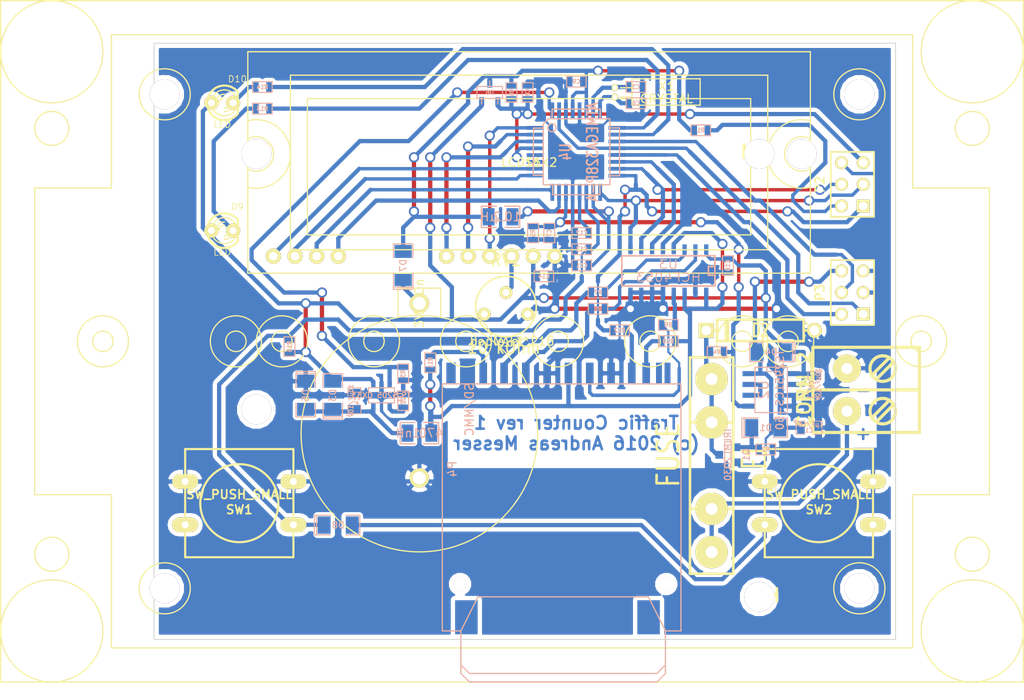
<source format=kicad_pcb>
(kicad_pcb (version 3) (host pcbnew "(22-Jun-2014 BZR 4027)-stable")
  (title_block (title "Radar Amplifier & Frontend") (rev 1) (company "(c) 2016 Andreas Messer"))
  (layers (15 F.Cu signal) (0 B.Cu signal) (18 B.Paste user) (19 F.Paste user) (20 B.SilkS user) (21 F.SilkS user) (22 B.Mask user) (23 F.Mask user) (28 Edge.Cuts user))
  (net 0 "")
  (net 1 +5V)
  (net 2 /#RADAR_EN)
  (net 3 /#RESET)
  (net 4 /#SD_CS)
  (net 5 /#SD_PWREN)
  (net 6 /ADC_BAT)
  (net 7 /ADC_KEY)
  (net 8 /MISO)
  (net 9 /MOSI)
  (net 10 /RADAR_I)
  (net 11 /RADAR_Q)
  (net 12 /SCK)
  (net 13 /Vbat)
  (net 14 /Vmicro)
  (net 15 /Vsupply)
  (net 16 /XTAL1)
  (net 17 /XTAL2)
  (net 18 GND)
  (net 19 N-000001)
  (net 20 N-0000011)
  (net 21 N-0000014)
  (net 22 N-0000015)
  (net 23 N-0000016)
  (net 24 N-0000017)
  (net 25 N-0000018)
  (net 26 N-000002)
  (net 27 N-0000020)
  (net 28 N-0000021)
  (net 29 N-0000022)
  (net 30 N-0000027)
  (net 31 N-0000028)
  (net 32 N-0000029)
  (net 33 N-000003)
  (net 34 N-0000030)
  (net 35 N-0000031)
  (net 36 N-0000032)
  (net 37 N-0000033)
  (net 38 N-0000034)
  (net 39 N-0000035)
  (net 40 N-0000036)
  (net 41 N-0000039)
  (net 42 N-000004)
  (net 43 N-0000045)
  (net 44 N-0000047)
  (net 45 N-0000048)
  (net 46 N-000005)
  (net 47 N-000006)
  (net 48 N-000007)
  (net 49 N-000008)
  (net 50 N-000009)
  (module TQFP32 (layer B.Cu) (at 87.545 127.76 270)
    (fp_text reference U4 (at 0 1.27 270) (layer B.SilkS) (effects (font (size 1.27 1.016) (thickness 0.2032)) (justify mirror)))
    (fp_text value ATMEGA328P-A (at 0 -1.905 270) (layer B.SilkS) (effects (font (size 1.27 1.016) (thickness 0.2032)) (justify mirror)))
    (pad 8 smd rect (at -4.81584 -2.77622 270) (size 1.99898 0.44958) (layers B.Cu B.Paste B.Mask) (net 17 /XTAL2))
    (pad 7 smd rect (at -4.81584 -1.97612 270) (size 1.99898 0.44958) (layers B.Cu B.Paste B.Mask) (net 16 /XTAL1))
    (pad 6 smd rect (at -4.81584 -1.17602 270) (size 1.99898 0.44958) (layers B.Cu B.Paste B.Mask) (net 14 /Vmicro))
    (pad 5 smd rect (at -4.81584 -0.37592 270) (size 1.99898 0.44958) (layers B.Cu B.Paste B.Mask) (net 18 GND))
    (pad 4 smd rect (at -4.81584 0.42418 270) (size 1.99898 0.44958) (layers B.Cu B.Paste B.Mask) (net 14 /Vmicro))
    (pad 3 smd rect (at -4.81584 1.22428 270) (size 1.99898 0.44958) (layers B.Cu B.Paste B.Mask) (net 18 GND))
    (pad 2 smd rect (at -4.81584 2.02438 270) (size 1.99898 0.44958) (layers B.Cu B.Paste B.Mask) (net 10 /RADAR_I))
    (pad 1 smd rect (at -4.81584 2.82448 270) (size 1.99898 0.44958) (layers B.Cu B.Paste B.Mask) (net 5 /#SD_PWREN))
    (pad 24 smd rect (at 4.7498 2.8194 270) (size 1.99898 0.44958) (layers B.Cu B.Paste B.Mask) (net 27 N-0000020))
    (pad 17 smd rect (at 4.7498 -2.794 270) (size 1.99898 0.44958) (layers B.Cu B.Paste B.Mask) (net 12 /SCK))
    (pad 18 smd rect (at 4.7498 -1.9812 270) (size 1.99898 0.44958) (layers B.Cu B.Paste B.Mask) (net 20 N-0000011))
    (pad 19 smd rect (at 4.7498 -1.1684 270) (size 1.99898 0.44958) (layers B.Cu B.Paste B.Mask) (net 7 /ADC_KEY))
    (pad 20 smd rect (at 4.7498 -0.381 270) (size 1.99898 0.44958) (layers B.Cu B.Paste B.Mask) (net 35 N-0000031))
    (pad 21 smd rect (at 4.7498 0.4318 270) (size 1.99898 0.44958) (layers B.Cu B.Paste B.Mask) (net 18 GND))
    (pad 22 smd rect (at 4.7498 1.2192 270) (size 1.99898 0.44958) (layers B.Cu B.Paste B.Mask) (net 6 /ADC_BAT))
    (pad 23 smd rect (at 4.7498 2.032 270) (size 1.99898 0.44958) (layers B.Cu B.Paste B.Mask) (net 34 N-0000030))
    (pad 32 smd rect (at -2.82448 4.826 270) (size 0.44958 1.99898) (layers B.Cu B.Paste B.Mask) (net 40 N-0000036))
    (pad 31 smd rect (at -2.02692 4.826 270) (size 0.44958 1.99898) (layers B.Cu B.Paste B.Mask) (net 39 N-0000035))
    (pad 30 smd rect (at -1.22428 4.826 270) (size 0.44958 1.99898) (layers B.Cu B.Paste B.Mask) (net 36 N-0000032))
    (pad 29 smd rect (at -0.42672 4.826 270) (size 0.44958 1.99898) (layers B.Cu B.Paste B.Mask) (net 3 /#RESET))
    (pad 28 smd rect (at 0.37592 4.826 270) (size 0.44958 1.99898) (layers B.Cu B.Paste B.Mask))
    (pad 27 smd rect (at 1.17348 4.826 270) (size 0.44958 1.99898) (layers B.Cu B.Paste B.Mask))
    (pad 26 smd rect (at 1.97612 4.826 270) (size 0.44958 1.99898) (layers B.Cu B.Paste B.Mask) (net 29 N-0000022))
    (pad 25 smd rect (at 2.77368 4.826 270) (size 0.44958 1.99898) (layers B.Cu B.Paste B.Mask) (net 28 N-0000021))
    (pad 9 smd rect (at -2.8194 -4.7752 270) (size 0.44958 1.99898) (layers B.Cu B.Paste B.Mask) (net 23 N-0000016))
    (pad 10 smd rect (at -2.032 -4.7752 270) (size 0.44958 1.99898) (layers B.Cu B.Paste B.Mask) (net 22 N-0000015))
    (pad 11 smd rect (at -1.2192 -4.7752 270) (size 0.44958 1.99898) (layers B.Cu B.Paste B.Mask) (net 2 /#RADAR_EN))
    (pad 12 smd rect (at -0.4318 -4.7752 270) (size 0.44958 1.99898) (layers B.Cu B.Paste B.Mask) (net 10 /RADAR_I))
    (pad 13 smd rect (at 0.3556 -4.7752 270) (size 0.44958 1.99898) (layers B.Cu B.Paste B.Mask) (net 11 /RADAR_Q))
    (pad 14 smd rect (at 1.1684 -4.7752 270) (size 0.44958 1.99898) (layers B.Cu B.Paste B.Mask) (net 4 /#SD_CS))
    (pad 15 smd rect (at 1.9812 -4.7752 270) (size 0.44958 1.99898) (layers B.Cu B.Paste B.Mask) (net 9 /MOSI))
    (pad 16 smd rect (at 2.794 -4.7752 270) (size 0.44958 1.99898) (layers B.Cu B.Paste B.Mask) (net 8 /MISO))
  )
  (module TC-38 (layer F.Cu) (at 97.07 120.775 270)
    (fp_text reference X1 (at -0.7 -1.05 360) (layer F.SilkS))
    (fp_text value CRYSTAL (at 0.75 -1.05 360) (layer F.SilkS))
    (pad 1 thru_hole circle (at -0.55 5 270) (size 0.8 0.8) (drill 0.5) (layers *.Cu *.Mask F.SilkS) (net 16 /XTAL1))
    (pad 2 thru_hole circle (at 0.55 5 270) (size 0.8 0.8) (drill 0.5) (layers *.Cu *.Mask F.SilkS) (net 17 /XTAL2))
  )
  (module SW_PUSH-12mm (layer F.Cu) (at 48 169 180)
    (fp_text reference SW1 (at 0 -0.762 180) (layer F.SilkS) (effects (font (size 1.016 1.016) (thickness 0.2032))))
    (fp_text value SW_PUSH_SMALL (at 0 1.016 180) (layer F.SilkS) (effects (font (size 1.016 1.016) (thickness 0.2032))))
    (pad 1 thru_hole oval (at 6.35 -2.54 180) (size 3.048 1.7272) (drill 0.8128) (layers *.Cu *.Mask F.SilkS) (net 7 /ADC_KEY))
    (pad 2 thru_hole oval (at 6.35 2.54 180) (size 3.048 1.7272) (drill 0.8128) (layers *.Cu *.Mask F.SilkS) (net 18 GND))
    (pad 1 thru_hole oval (at -6.35 -2.54 180) (size 3.048 1.7272) (drill 0.8128) (layers *.Cu *.Mask F.SilkS) (net 7 /ADC_KEY))
    (pad 2 thru_hole oval (at -6.35 2.54 180) (size 3.048 1.7272) (drill 0.8128) (layers *.Cu *.Mask F.SilkS) (net 18 GND))
  )
  (module SW_PUSH-12mm (layer F.Cu) (at 116 169 180)
    (fp_text reference SW2 (at 0 -0.762 180) (layer F.SilkS) (effects (font (size 1.016 1.016) (thickness 0.2032))))
    (fp_text value SW_PUSH_SMALL (at 0 1.016 180) (layer F.SilkS) (effects (font (size 1.016 1.016) (thickness 0.2032))))
    (pad 1 thru_hole oval (at 6.35 -2.54 180) (size 3.048 1.7272) (drill 0.8128) (layers *.Cu *.Mask F.SilkS) (net 30 N-0000027))
    (pad 2 thru_hole oval (at 6.35 2.54 180) (size 3.048 1.7272) (drill 0.8128) (layers *.Cu *.Mask F.SilkS) (net 18 GND))
    (pad 1 thru_hole oval (at -6.35 -2.54 180) (size 3.048 1.7272) (drill 0.8128) (layers *.Cu *.Mask F.SilkS) (net 30 N-0000027))
    (pad 2 thru_hole oval (at -6.35 2.54 180) (size 3.048 1.7272) (drill 0.8128) (layers *.Cu *.Mask F.SilkS) (net 18 GND))
  )
  (module SOT23GDS (layer B.Cu) (at 105.325 163.32 90)
    (fp_text reference Q1 (at 0 2.159 90) (layer B.SilkS) (effects (font (size 0.762 0.762) (thickness 0.12954)) (justify mirror)))
    (fp_text value IRLML2030 (at 0 0 90) (layer B.SilkS) (effects (font (size 0.762 0.762) (thickness 0.12954)) (justify mirror)))
    (pad S smd rect (at -0.889 1.016 90) (size 0.9144 0.9144) (layers B.Cu B.Paste B.Mask) (net 15 /Vsupply))
    (pad G smd rect (at 0.889 1.016 90) (size 0.9144 0.9144) (layers B.Cu B.Paste B.Mask) (net 43 N-0000045))
    (pad D smd rect (at 0 -1.016 90) (size 0.9144 0.9144) (layers B.Cu B.Paste B.Mask) (net 13 /Vbat))
  )
  (module SOT23-5 (layer B.Cu) (at 64.685 156.335)
    (fp_text reference U1 (at 2.19964 0.29972 270) (layer B.SilkS) (effects (font (size 0.635 0.635) (thickness 0.127)) (justify mirror)))
    (fp_text value "TS 5205 CX33" (at 0 0) (layer B.SilkS) (effects (font (size 0.635 0.635) (thickness 0.127)) (justify mirror)))
    (pad 1 smd rect (at -0.9525 -1.27) (size 0.508 0.762) (layers B.Cu B.Paste B.Mask) (net 1 +5V))
    (pad 3 smd rect (at 0.9525 -1.27) (size 0.508 0.762) (layers B.Cu B.Paste B.Mask) (net 5 /#SD_PWREN))
    (pad 5 smd rect (at -0.9525 1.27) (size 0.508 0.762) (layers B.Cu B.Paste B.Mask) (net 47 N-000006))
    (pad 2 smd rect (at 0 -1.27) (size 0.508 0.762) (layers B.Cu B.Paste B.Mask) (net 18 GND))
    (pad 4 smd rect (at 0.9525 1.27) (size 0.508 0.762) (layers B.Cu B.Paste B.Mask) (net 48 N-000007))
  )
  (module sot23 (layer B.Cu) (at 77.385 120.775 180)
    (fp_text reference D6 (at 0 0 180) (layer B.SilkS) (effects (font (size 0.50038 0.50038) (thickness 0.09906)) (justify mirror)))
    (fp_text value BAT54C hide)
    (pad 1 smd rect (at -0.9525 -1.05664 180) (size 0.59944 1.00076) (layers B.Cu B.Paste B.Mask) (net 3 /#RESET))
    (pad 2 smd rect (at 0 1.05664 180) (size 0.59944 1.00076) (layers B.Cu B.Paste B.Mask) (net 14 /Vmicro))
    (pad 3 smd rect (at 0.9525 -1.05664 180) (size 0.59944 1.00076) (layers B.Cu B.Paste B.Mask) (net 1 +5V))
  )
  (module SO8E (layer B.Cu) (at 110.405 155.7 270)
    (fp_text reference U2 (at 0 0.889 270) (layer B.SilkS) (effects (font (size 1.143 1.143) (thickness 0.1524)) (justify mirror)))
    (fp_text value TS2951CS-50 (at 0 -1.016 270) (layer B.SilkS) (effects (font (size 0.889 0.889) (thickness 0.1524)) (justify mirror)))
    (pad 8 smd rect (at -1.905 2.667 270) (size 0.59944 1.39954) (layers B.Cu B.Paste B.Mask) (net 15 /Vsupply))
    (pad 1 smd rect (at -1.905 -2.667 270) (size 0.59944 1.39954) (layers B.Cu B.Paste B.Mask) (net 1 +5V))
    (pad 7 smd rect (at -0.635 2.667 270) (size 0.59944 1.39954) (layers B.Cu B.Paste B.Mask) (net 25 N-0000018))
    (pad 6 smd rect (at 0.635 2.667 270) (size 0.59944 1.39954) (layers B.Cu B.Paste B.Mask) (net 25 N-0000018))
    (pad 5 smd rect (at 1.905 2.667 270) (size 0.59944 1.39954) (layers B.Cu B.Paste B.Mask) (net 6 /ADC_BAT))
    (pad 2 smd rect (at -0.635 -2.667 270) (size 0.59944 1.39954) (layers B.Cu B.Paste B.Mask) (net 1 +5V))
    (pad 3 smd rect (at 0.635 -2.667 270) (size 0.59944 1.39954) (layers B.Cu B.Paste B.Mask) (net 18 GND))
    (pad 4 smd rect (at 1.905 -2.667 270) (size 0.59944 1.39954) (layers B.Cu B.Paste B.Mask) (net 18 GND))
  )
  (module SO16E (layer B.Cu) (at 98.34 141.73 180)
    (fp_text reference U3 (at 0 0.762 180) (layer B.SilkS) (effects (font (size 1.016 1.143) (thickness 0.127)) (justify mirror)))
    (fp_text value HCF4053 (at 0 -0.762 180) (layer B.SilkS) (effects (font (size 1.016 1.143) (thickness 0.127)) (justify mirror)))
    (pad 1 smd rect (at -4.445 -2.54 180) (size 0.508 1.143) (layers B.Cu B.Paste B.Mask) (net 44 N-0000047))
    (pad 2 smd rect (at -3.175 -2.54 180) (size 0.508 1.143) (layers B.Cu B.Paste B.Mask) (net 18 GND))
    (pad 3 smd rect (at -1.905 -2.54 180) (size 0.508 1.143) (layers B.Cu B.Paste B.Mask) (net 44 N-0000047))
    (pad 4 smd rect (at -0.635 -2.54 180) (size 0.508 1.143) (layers B.Cu B.Paste B.Mask) (net 42 N-000004))
    (pad 5 smd rect (at 0.635 -2.54 180) (size 0.508 1.143) (layers B.Cu B.Paste B.Mask) (net 18 GND))
    (pad 6 smd rect (at 1.905 -2.54 180) (size 0.508 1.143) (layers B.Cu B.Paste B.Mask) (net 18 GND))
    (pad 7 smd rect (at 3.175 -2.54 180) (size 0.508 1.143) (layers B.Cu B.Paste B.Mask) (net 18 GND))
    (pad 8 smd rect (at 4.445 -2.54 180) (size 0.508 1.143) (layers B.Cu B.Paste B.Mask) (net 18 GND))
    (pad 9 smd rect (at 4.445 2.54 180) (size 0.508 1.143) (layers B.Cu B.Paste B.Mask) (net 12 /SCK))
    (pad 10 smd rect (at 3.175 2.54 180) (size 0.508 1.143) (layers B.Cu B.Paste B.Mask) (net 9 /MOSI))
    (pad 11 smd rect (at 1.905 2.54 180) (size 0.508 1.143) (layers B.Cu B.Paste B.Mask) (net 4 /#SD_CS))
    (pad 12 smd rect (at 0.635 2.54 180) (size 0.508 1.143) (layers B.Cu B.Paste B.Mask) (net 18 GND))
    (pad 13 smd rect (at -0.635 2.54 180) (size 0.508 1.143) (layers B.Cu B.Paste B.Mask) (net 44 N-0000047))
    (pad 14 smd rect (at -1.905 2.54 180) (size 0.508 1.143) (layers B.Cu B.Paste B.Mask) (net 38 N-0000034))
    (pad 15 smd rect (at -3.175 2.54 180) (size 0.508 1.143) (layers B.Cu B.Paste B.Mask) (net 37 N-0000033))
    (pad 16 smd rect (at -4.445 2.54 180) (size 0.508 1.143) (layers B.Cu B.Paste B.Mask) (net 1 +5V))
  )
  (module SM1206POL (layer B.Cu) (at 67.225 141.095 90)
    (fp_text reference D7 (at 0 0 90) (layer B.SilkS) (effects (font (size 0.762 0.762) (thickness 0.127)) (justify mirror)))
    (fp_text value DIODE hide)
    (pad 1 smd rect (at -1.651 0 90) (size 1.524 2.032) (layers B.Cu B.Paste B.Mask) (net 31 N-0000028))
    (pad 2 smd rect (at 1.651 0 90) (size 1.524 2.032) (layers B.Cu B.Paste B.Mask) (net 14 /Vmicro))
  )
  (module SM1206POL (layer B.Cu) (at 58.97 156.335 90)
    (fp_text reference D3 (at 0 0 90) (layer B.SilkS) (effects (font (size 0.762 0.762) (thickness 0.127)) (justify mirror)))
    (fp_text value DIODE hide)
    (pad 1 smd rect (at -1.651 0 90) (size 1.524 2.032) (layers B.Cu B.Paste B.Mask) (net 47 N-000006))
    (pad 2 smd rect (at 1.651 0 90) (size 1.524 2.032) (layers B.Cu B.Paste B.Mask) (net 1 +5V))
  )
  (module SM1206POL (layer B.Cu) (at 55.795 156.335 270)
    (fp_text reference D5 (at 0 0 270) (layer B.SilkS) (effects (font (size 0.762 0.762) (thickness 0.127)) (justify mirror)))
    (fp_text value "BZV 55 5.1V" hide)
    (pad 1 smd rect (at -1.651 0 270) (size 1.524 2.032) (layers B.Cu B.Paste B.Mask) (net 18 GND))
    (pad 2 smd rect (at 1.651 0 270) (size 1.524 2.032) (layers B.Cu B.Paste B.Mask) (net 47 N-000006))
  )
  (module SM1206POL (layer B.Cu) (at 109.77 160.145)
    (fp_text reference D1 (at 0 0) (layer B.SilkS) (effects (font (size 0.762 0.762) (thickness 0.127)) (justify mirror)))
    (fp_text value "BZV 55 5.1V" hide)
    (pad 1 smd rect (at -1.651 0) (size 1.524 2.032) (layers B.Cu B.Paste B.Mask) (net 43 N-0000045))
    (pad 2 smd rect (at 1.651 0) (size 1.524 2.032) (layers B.Cu B.Paste B.Mask) (net 15 /Vsupply))
  )
  (module SM1206POL (layer B.Cu) (at 110.405 151.255 180)
    (fp_text reference D4 (at 0 0 180) (layer B.SilkS) (effects (font (size 0.762 0.762) (thickness 0.127)) (justify mirror)))
    (fp_text value DIODE hide)
    (pad 1 smd rect (at -1.651 0 180) (size 1.524 2.032) (layers B.Cu B.Paste B.Mask) (net 1 +5V))
    (pad 2 smd rect (at 1.651 0 180) (size 1.524 2.032) (layers B.Cu B.Paste B.Mask) (net 15 /Vsupply))
  )
  (module SM1206POL (layer B.Cu) (at 59.605 171.575)
    (fp_text reference D8 (at 0 0) (layer B.SilkS) (effects (font (size 0.762 0.762) (thickness 0.127)) (justify mirror)))
    (fp_text value DIODE hide)
    (pad 1 smd rect (at -1.651 0) (size 1.524 2.032) (layers B.Cu B.Paste B.Mask) (net 7 /ADC_KEY))
    (pad 2 smd rect (at 1.651 0) (size 1.524 2.032) (layers B.Cu B.Paste B.Mask) (net 30 N-0000027))
  )
  (module SM1008 (layer B.Cu) (at 78.655 135.38 180)
    (fp_text reference L2 (at 0 0 180) (layer B.SilkS) (effects (justify mirror)))
    (fp_text value "10 µH" (at 0 0 180) (layer B.SilkS) (effects (justify mirror)))
    (pad 1 smd rect (at -1.397 0 180) (size 1.397 2.032) (layers B.Cu B.Paste B.Mask) (net 20 N-0000011))
    (pad 2 smd rect (at 1.397 0 180) (size 1.397 2.032) (layers B.Cu B.Paste B.Mask) (net 14 /Vmicro))
  )
  (module SM1008 (layer B.Cu) (at 69.13 160.78)
    (fp_text reference L1 (at 0 0) (layer B.SilkS) (effects (justify mirror)))
    (fp_text value "470 nH" (at 0 0) (layer B.SilkS) (effects (justify mirror)))
    (pad 1 smd rect (at -1.397 0) (size 1.397 2.032) (layers B.Cu B.Paste B.Mask) (net 47 N-000006))
    (pad 2 smd rect (at 1.397 0) (size 1.397 2.032) (layers B.Cu B.Paste B.Mask) (net 44 N-0000047))
  )
  (module SM0805 (layer B.Cu) (at 114.85 160.145)
    (fp_text reference C1 (at 0 0.3175) (layer B.SilkS) (effects (font (size 0.50038 0.50038) (thickness 0.10922)) (justify mirror)))
    (fp_text value 1µF/16V (at 0 -0.381) (layer B.SilkS) (effects (font (size 0.50038 0.50038) (thickness 0.10922)) (justify mirror)))
    (pad 1 smd rect (at -0.9525 0) (size 0.889 1.397) (layers B.Cu B.Paste B.Mask) (net 15 /Vsupply))
    (pad 2 smd rect (at 0.9525 0) (size 0.889 1.397) (layers B.Cu B.Paste B.Mask) (net 18 GND))
  )
  (module SM0805 (layer B.Cu) (at 61.51 156.97 90)
    (fp_text reference C4 (at 0 0.3175 90) (layer B.SilkS) (effects (font (size 0.50038 0.50038) (thickness 0.10922)) (justify mirror)))
    (fp_text value 10µF/10V (at 0 -0.381 90) (layer B.SilkS) (effects (font (size 0.50038 0.50038) (thickness 0.10922)) (justify mirror)))
    (pad 1 smd rect (at -0.9525 0 90) (size 0.889 1.397) (layers B.Cu B.Paste B.Mask) (net 47 N-000006))
    (pad 2 smd rect (at 0.9525 0 90) (size 0.889 1.397) (layers B.Cu B.Paste B.Mask) (net 18 GND))
  )
  (module SM0805 (layer B.Cu) (at 115.485 155.065 270)
    (fp_text reference C5 (at 0 0.3175 270) (layer B.SilkS) (effects (font (size 0.50038 0.50038) (thickness 0.10922)) (justify mirror)))
    (fp_text value 10µF/10V (at 0 -0.381 270) (layer B.SilkS) (effects (font (size 0.50038 0.50038) (thickness 0.10922)) (justify mirror)))
    (pad 1 smd rect (at -0.9525 0 270) (size 0.889 1.397) (layers B.Cu B.Paste B.Mask) (net 1 +5V))
    (pad 2 smd rect (at 0.9525 0 270) (size 0.889 1.397) (layers B.Cu B.Paste B.Mask) (net 18 GND))
  )
  (module SM0603 (layer B.Cu) (at 50.715 122.68 180)
    (fp_text reference R13 (at 0 0 180) (layer B.SilkS) (effects (font (size 0.508 0.4572) (thickness 0.1143)) (justify mirror)))
    (fp_text value "3.3 kOhm" hide)
    (pad 1 smd rect (at -0.762 0 180) (size 0.635 1.143) (layers B.Cu B.Paste B.Mask) (net 23 N-0000016))
    (pad 2 smd rect (at 0.762 0 180) (size 0.635 1.143) (layers B.Cu B.Paste B.Mask) (net 41 N-0000039))
  )
  (module SM0603 (layer B.Cu) (at 88.18 139.19 180)
    (fp_text reference C13 (at 0 0 180) (layer B.SilkS) (effects (font (size 0.508 0.4572) (thickness 0.1143)) (justify mirror)))
    (fp_text value "10 nF" hide)
    (pad 1 smd rect (at -0.762 0 180) (size 0.635 1.143) (layers B.Cu B.Paste B.Mask) (net 7 /ADC_KEY))
    (pad 2 smd rect (at 0.762 0 180) (size 0.635 1.143) (layers B.Cu B.Paste B.Mask) (net 18 GND))
  )
  (module SM0603 (layer B.Cu) (at 50.715 120.14 180)
    (fp_text reference R14 (at 0 0 180) (layer B.SilkS) (effects (font (size 0.508 0.4572) (thickness 0.1143)) (justify mirror)))
    (fp_text value "3.3 kOhm" hide)
    (pad 1 smd rect (at -0.762 0 180) (size 0.635 1.143) (layers B.Cu B.Paste B.Mask) (net 22 N-0000015))
    (pad 2 smd rect (at 0.762 0 180) (size 0.635 1.143) (layers B.Cu B.Paste B.Mask) (net 24 N-0000017))
  )
  (module SM0603 (layer B.Cu) (at 102.15 125.22 180)
    (fp_text reference R1 (at 0 0 180) (layer B.SilkS) (effects (font (size 0.508 0.4572) (thickness 0.1143)) (justify mirror)))
    (fp_text value "10 kOhm" hide)
    (pad 1 smd rect (at -0.762 0 180) (size 0.635 1.143) (layers B.Cu B.Paste B.Mask) (net 45 N-0000048))
    (pad 2 smd rect (at 0.762 0 180) (size 0.635 1.143) (layers B.Cu B.Paste B.Mask) (net 14 /Vmicro))
  )
  (module SM0603 (layer B.Cu) (at 98.34 149.985 180)
    (fp_text reference R10 (at 0 0 180) (layer B.SilkS) (effects (font (size 0.508 0.4572) (thickness 0.1143)) (justify mirror)))
    (fp_text value "100 kOhm" hide)
    (pad 1 smd rect (at -0.762 0 180) (size 0.635 1.143) (layers B.Cu B.Paste B.Mask) (net 44 N-0000047))
    (pad 2 smd rect (at 0.762 0 180) (size 0.635 1.143) (layers B.Cu B.Paste B.Mask) (net 50 N-000009))
  )
  (module SM0603 (layer B.Cu) (at 70.4 152.525 90)
    (fp_text reference R11 (at 0 0 90) (layer B.SilkS) (effects (font (size 0.508 0.4572) (thickness 0.1143)) (justify mirror)))
    (fp_text value "100 kOhm" hide)
    (pad 1 smd rect (at -0.762 0 90) (size 0.635 1.143) (layers B.Cu B.Paste B.Mask) (net 44 N-0000047))
    (pad 2 smd rect (at 0.762 0 90) (size 0.635 1.143) (layers B.Cu B.Paste B.Mask) (net 49 N-000008))
  )
  (module SM0603 (layer B.Cu) (at 67.225 153.795 90)
    (fp_text reference R3 (at 0 0 90) (layer B.SilkS) (effects (font (size 0.508 0.4572) (thickness 0.1143)) (justify mirror)))
    (fp_text value "100 kOhm" hide)
    (pad 1 smd rect (at -0.762 0 90) (size 0.635 1.143) (layers B.Cu B.Paste B.Mask) (net 18 GND))
    (pad 2 smd rect (at 0.762 0 90) (size 0.635 1.143) (layers B.Cu B.Paste B.Mask) (net 5 /#SD_PWREN))
  )
  (module SM0603 (layer B.Cu) (at 67.225 156.97 270)
    (fp_text reference C2 (at 0 0 270) (layer B.SilkS) (effects (font (size 0.508 0.4572) (thickness 0.1143)) (justify mirror)))
    (fp_text value 100nF hide)
    (pad 1 smd rect (at -0.762 0 270) (size 0.635 1.143) (layers B.Cu B.Paste B.Mask) (net 18 GND))
    (pad 2 smd rect (at 0.762 0 270) (size 0.635 1.143) (layers B.Cu B.Paste B.Mask) (net 48 N-000007))
  )
  (module SM0603 (layer B.Cu) (at 53.89 150.62 270)
    (fp_text reference R15 (at 0 0 270) (layer B.SilkS) (effects (font (size 0.508 0.4572) (thickness 0.1143)) (justify mirror)))
    (fp_text value "10 kOhm" hide)
    (pad 1 smd rect (at -0.762 0 270) (size 0.635 1.143) (layers B.Cu B.Paste B.Mask) (net 7 /ADC_KEY))
    (pad 2 smd rect (at 0.762 0 270) (size 0.635 1.143) (layers B.Cu B.Paste B.Mask) (net 1 +5V))
  )
  (module SM0603 (layer B.Cu) (at 81.83 120.775 90)
    (fp_text reference C8 (at 0 0 90) (layer B.SilkS) (effects (font (size 0.508 0.4572) (thickness 0.1143)) (justify mirror)))
    (fp_text value 100nF hide)
    (pad 1 smd rect (at -0.762 0 90) (size 0.635 1.143) (layers B.Cu B.Paste B.Mask) (net 3 /#RESET))
    (pad 2 smd rect (at 0.762 0 90) (size 0.635 1.143) (layers B.Cu B.Paste B.Mask) (net 18 GND))
  )
  (module SM0603 (layer B.Cu) (at 88.18 141.095 180)
    (fp_text reference C11 (at 0 0 180) (layer B.SilkS) (effects (font (size 0.508 0.4572) (thickness 0.1143)) (justify mirror)))
    (fp_text value 100nF hide)
    (pad 1 smd rect (at -0.762 0 180) (size 0.635 1.143) (layers B.Cu B.Paste B.Mask) (net 20 N-0000011))
    (pad 2 smd rect (at 0.762 0 180) (size 0.635 1.143) (layers B.Cu B.Paste B.Mask) (net 18 GND))
  )
  (module SM0603 (layer B.Cu) (at 87.545 119.505 180)
    (fp_text reference C9 (at 0 0 180) (layer B.SilkS) (effects (font (size 0.508 0.4572) (thickness 0.1143)) (justify mirror)))
    (fp_text value 100nF hide)
    (pad 1 smd rect (at -0.762 0 180) (size 0.635 1.143) (layers B.Cu B.Paste B.Mask) (net 14 /Vmicro))
    (pad 2 smd rect (at 0.762 0 180) (size 0.635 1.143) (layers B.Cu B.Paste B.Mask) (net 18 GND))
  )
  (module SM0603 (layer B.Cu) (at 83.735 142.365 180)
    (fp_text reference C14 (at 0 0 180) (layer B.SilkS) (effects (font (size 0.508 0.4572) (thickness 0.1143)) (justify mirror)))
    (fp_text value 100nF hide)
    (pad 1 smd rect (at -0.762 0 180) (size 0.635 1.143) (layers B.Cu B.Paste B.Mask) (net 18 GND))
    (pad 2 smd rect (at 0.762 0 180) (size 0.635 1.143) (layers B.Cu B.Paste B.Mask) (net 1 +5V))
  )
  (module SM0603 (layer B.Cu) (at 105.325 141.095 270)
    (fp_text reference C10 (at 0 0 270) (layer B.SilkS) (effects (font (size 0.508 0.4572) (thickness 0.1143)) (justify mirror)))
    (fp_text value 100nF hide)
    (pad 1 smd rect (at -0.762 0 270) (size 0.635 1.143) (layers B.Cu B.Paste B.Mask) (net 1 +5V))
    (pad 2 smd rect (at 0.762 0 270) (size 0.635 1.143) (layers B.Cu B.Paste B.Mask) (net 18 GND))
  )
  (module SM0603 (layer B.Cu) (at 92.625 148.715)
    (fp_text reference R12 (at 0 0) (layer B.SilkS) (effects (font (size 0.508 0.4572) (thickness 0.1143)) (justify mirror)))
    (fp_text value "40 Ohm" hide)
    (pad 1 smd rect (at -0.762 0) (size 0.635 1.143) (layers B.Cu B.Paste B.Mask) (net 8 /MISO))
    (pad 2 smd rect (at 0.762 0) (size 0.635 1.143) (layers B.Cu B.Paste B.Mask) (net 46 N-000005))
  )
  (module SM0603 (layer B.Cu) (at 98.34 148.08 180)
    (fp_text reference R9 (at 0 0 180) (layer B.SilkS) (effects (font (size 0.508 0.4572) (thickness 0.1143)) (justify mirror)))
    (fp_text value "40 Ohm" hide)
    (pad 1 smd rect (at -0.762 0 180) (size 0.635 1.143) (layers B.Cu B.Paste B.Mask) (net 42 N-000004))
    (pad 2 smd rect (at 0.762 0 180) (size 0.635 1.143) (layers B.Cu B.Paste B.Mask) (net 19 N-000001))
  )
  (module SM0603 (layer B.Cu) (at 90.085 146.175 180)
    (fp_text reference R8 (at 0 0 180) (layer B.SilkS) (effects (font (size 0.508 0.4572) (thickness 0.1143)) (justify mirror)))
    (fp_text value "40 Ohm" hide)
    (pad 1 smd rect (at -0.762 0 180) (size 0.635 1.143) (layers B.Cu B.Paste B.Mask) (net 37 N-0000033))
    (pad 2 smd rect (at 0.762 0 180) (size 0.635 1.143) (layers B.Cu B.Paste B.Mask) (net 33 N-000003))
  )
  (module SM0603 (layer B.Cu) (at 90.085 144.27 180)
    (fp_text reference R7 (at 0 0 180) (layer B.SilkS) (effects (font (size 0.508 0.4572) (thickness 0.1143)) (justify mirror)))
    (fp_text value "40 Ohm" hide)
    (pad 1 smd rect (at -0.762 0 180) (size 0.635 1.143) (layers B.Cu B.Paste B.Mask) (net 38 N-0000034))
    (pad 2 smd rect (at 0.762 0 180) (size 0.635 1.143) (layers B.Cu B.Paste B.Mask) (net 26 N-000002))
  )
  (module SM0603 (layer B.Cu) (at 79.925 120.775 270)
    (fp_text reference R6 (at 0 0 270) (layer B.SilkS) (effects (font (size 0.508 0.4572) (thickness 0.1143)) (justify mirror)))
    (fp_text value "10 kOhm" hide)
    (pad 1 smd rect (at -0.762 0 270) (size 0.635 1.143) (layers B.Cu B.Paste B.Mask) (net 14 /Vmicro))
    (pad 2 smd rect (at 0.762 0 270) (size 0.635 1.143) (layers B.Cu B.Paste B.Mask) (net 3 /#RESET))
  )
  (module SM0603 (layer B.Cu) (at 104.055 151.255 180)
    (fp_text reference R4 (at 0 0 180) (layer B.SilkS) (effects (font (size 0.508 0.4572) (thickness 0.1143)) (justify mirror)))
    (fp_text value 100kOhm hide)
    (pad 1 smd rect (at -0.762 0 180) (size 0.635 1.143) (layers B.Cu B.Paste B.Mask) (net 6 /ADC_BAT))
    (pad 2 smd rect (at 0.762 0 180) (size 0.635 1.143) (layers B.Cu B.Paste B.Mask) (net 13 /Vbat))
  )
  (module SM0603 (layer B.Cu) (at 84.37 137.285 270)
    (fp_text reference C7 (at 0 0 270) (layer B.SilkS) (effects (font (size 0.508 0.4572) (thickness 0.1143)) (justify mirror)))
    (fp_text value 10nF hide)
    (pad 1 smd rect (at -0.762 0 270) (size 0.635 1.143) (layers B.Cu B.Paste B.Mask) (net 6 /ADC_BAT))
    (pad 2 smd rect (at 0.762 0 270) (size 0.635 1.143) (layers B.Cu B.Paste B.Mask) (net 18 GND))
  )
  (module SM0603 (layer B.Cu) (at 82.465 137.285 270)
    (fp_text reference R5 (at 0 0 270) (layer B.SilkS) (effects (font (size 0.508 0.4572) (thickness 0.1143)) (justify mirror)))
    (fp_text value 47kOhm hide)
    (pad 1 smd rect (at -0.762 0 270) (size 0.635 1.143) (layers B.Cu B.Paste B.Mask) (net 6 /ADC_BAT))
    (pad 2 smd rect (at 0.762 0 270) (size 0.635 1.143) (layers B.Cu B.Paste B.Mask) (net 18 GND))
  )
  (module SM0603 (layer B.Cu) (at 88.18 137.285 180)
    (fp_text reference C12 (at 0 0 180) (layer B.SilkS) (effects (font (size 0.508 0.4572) (thickness 0.1143)) (justify mirror)))
    (fp_text value 100nF hide)
    (pad 1 smd rect (at -0.762 0 180) (size 0.635 1.143) (layers B.Cu B.Paste B.Mask) (net 35 N-0000031))
    (pad 2 smd rect (at 0.762 0 180) (size 0.635 1.143) (layers B.Cu B.Paste B.Mask) (net 18 GND))
  )
  (module SM0603 (layer B.Cu) (at 109.77 162.685 180)
    (fp_text reference R2 (at 0 0 180) (layer B.SilkS) (effects (font (size 0.508 0.4572) (thickness 0.1143)) (justify mirror)))
    (fp_text value 100kOhm hide)
    (pad 1 smd rect (at -0.762 0 180) (size 0.635 1.143) (layers B.Cu B.Paste B.Mask) (net 18 GND))
    (pad 2 smd rect (at 0.762 0 180) (size 0.635 1.143) (layers B.Cu B.Paste B.Mask) (net 43 N-0000045))
  )
  (module SM0603 (layer B.Cu) (at 94.53 120.14)
    (fp_text reference C3 (at 0 0) (layer B.SilkS) (effects (font (size 0.508 0.4572) (thickness 0.1143)) (justify mirror)))
    (fp_text value "22 pF" hide)
    (pad 1 smd rect (at -0.762 0) (size 0.635 1.143) (layers B.Cu B.Paste B.Mask) (net 16 /XTAL1))
    (pad 2 smd rect (at 0.762 0) (size 0.635 1.143) (layers B.Cu B.Paste B.Mask) (net 18 GND))
  )
  (module SM0603 (layer B.Cu) (at 94.53 122.045)
    (fp_text reference C6 (at 0 0) (layer B.SilkS) (effects (font (size 0.508 0.4572) (thickness 0.1143)) (justify mirror)))
    (fp_text value "22 pF" hide)
    (pad 1 smd rect (at -0.762 0) (size 0.635 1.143) (layers B.Cu B.Paste B.Mask) (net 17 /XTAL2))
    (pad 2 smd rect (at 0.762 0) (size 0.635 1.143) (layers B.Cu B.Paste B.Mask) (net 18 GND))
  )
  (module RIACON_007-2 (layer F.Cu) (at 119.295 155.7 90)
    (fp_text reference P1 (at 0 -5.00126 90) (layer F.SilkS) (effects (font (size 1.524 1.524) (thickness 0.3048))))
    (fp_text value CONN_2 (at 0 -5.00126 90) (layer F.SilkS) (effects (font (size 1.524 1.524) (thickness 0.3048))))
    (pad 2 thru_hole circle (at 2.49936 0 90) (size 3.29946 3.29946) (drill 1.30048) (layers *.Cu *.Mask F.SilkS) (net 18 GND))
    (pad 1 thru_hole circle (at -2.49936 0 90) (size 3.29946 3.29946) (drill 1.30048) (layers *.Cu *.Mask F.SilkS) (net 21 N-0000014))
  )
  (module pin_array_3x2 (layer F.Cu) (at 119.93 144.27 90)
    (fp_text reference P3 (at 0 -3.81 90) (layer F.SilkS) (effects (font (size 1.016 1.016) (thickness 0.2032))))
    (fp_text value CONN_3X2 hide)
    (pad 1 thru_hole rect (at -2.54 1.27 90) (size 1.524 1.524) (drill 1.016) (layers *.Cu *.Mask F.SilkS) (net 10 /RADAR_I))
    (pad 2 thru_hole circle (at -2.54 -1.27 90) (size 1.524 1.524) (drill 1.016) (layers *.Cu *.Mask F.SilkS) (net 11 /RADAR_Q))
    (pad 3 thru_hole circle (at 0 1.27 90) (size 1.524 1.524) (drill 1.016) (layers *.Cu *.Mask F.SilkS) (net 18 GND))
    (pad 4 thru_hole circle (at 0 -1.27 90) (size 1.524 1.524) (drill 1.016) (layers *.Cu *.Mask F.SilkS) (net 2 /#RADAR_EN))
    (pad 5 thru_hole circle (at 2.54 1.27 90) (size 1.524 1.524) (drill 1.016) (layers *.Cu *.Mask F.SilkS) (net 18 GND))
    (pad 6 thru_hole circle (at 2.54 -1.27 90) (size 1.524 1.524) (drill 1.016) (layers *.Cu *.Mask F.SilkS) (net 15 /Vsupply))
  )
  (module pin_array_3x2 (layer F.Cu) (at 119.93 131.57 90)
    (fp_text reference P2 (at 0 -3.81 90) (layer F.SilkS) (effects (font (size 1.016 1.016) (thickness 0.2032))))
    (fp_text value CONN_6 hide)
    (pad 1 thru_hole rect (at -2.54 1.27 90) (size 1.524 1.524) (drill 1.016) (layers *.Cu *.Mask F.SilkS) (net 8 /MISO))
    (pad 2 thru_hole circle (at -2.54 -1.27 90) (size 1.524 1.524) (drill 1.016) (layers *.Cu *.Mask F.SilkS) (net 45 N-0000048))
    (pad 3 thru_hole circle (at 0 1.27 90) (size 1.524 1.524) (drill 1.016) (layers *.Cu *.Mask F.SilkS) (net 12 /SCK))
    (pad 4 thru_hole circle (at 0 -1.27 90) (size 1.524 1.524) (drill 1.016) (layers *.Cu *.Mask F.SilkS) (net 9 /MOSI))
    (pad 5 thru_hole circle (at 2.54 1.27 90) (size 1.524 1.524) (drill 1.016) (layers *.Cu *.Mask F.SilkS) (net 3 /#RESET))
    (pad 6 thru_hole circle (at 2.54 -1.27 90) (size 1.524 1.524) (drill 1.016) (layers *.Cu *.Mask F.SilkS) (net 18 GND))
  )
  (module lumex_LCM-S01602DTR_4bit (layer F.Cu) (at 82 129)
    (fp_text reference DS1 (at 0 0) (layer F.SilkS))
    (fp_text value LCD16X2 (at 0 0) (layer F.SilkS))
    (pad 14 thru_hole circle (at -30 11) (size 1.8 1.8) (drill 1) (layers *.Cu *.Mask F.SilkS) (net 29 N-0000022))
    (pad 13 thru_hole circle (at -27.46 11) (size 1.8 1.8) (drill 1) (layers *.Cu *.Mask F.SilkS) (net 28 N-0000021))
    (pad 12 thru_hole circle (at -24.92 11) (size 1.8 1.8) (drill 1) (layers *.Cu *.Mask F.SilkS) (net 27 N-0000020))
    (pad 1 thru_hole circle (at 3.02 11) (size 1.8 1.8) (drill 1) (layers *.Cu *.Mask F.SilkS) (net 18 GND))
    (pad 2 thru_hole circle (at 0.48 11) (size 1.8 1.8) (drill 1) (layers *.Cu *.Mask F.SilkS) (net 1 +5V))
    (pad 3 thru_hole circle (at -2.06 11) (size 1.8 1.8) (drill 1) (layers *.Cu *.Mask F.SilkS) (net 32 N-0000029))
    (pad 4 thru_hole circle (at -4.6 11) (size 1.8 1.8) (drill 1) (layers *.Cu *.Mask F.SilkS) (net 40 N-0000036))
    (pad 5 thru_hole circle (at -7.14 11) (size 1.8 1.8) (drill 1) (layers *.Cu *.Mask F.SilkS) (net 39 N-0000035))
    (pad 6 thru_hole circle (at -9.68 11) (size 1.8 1.8) (drill 1) (layers *.Cu *.Mask F.SilkS) (net 36 N-0000032))
    (pad 11 thru_hole circle (at -22.38 11) (size 1.8 1.8) (drill 1) (layers *.Cu *.Mask F.SilkS) (net 34 N-0000030))
  )
  (module LED-3MM (layer F.Cu) (at 46 137)
    (fp_text reference D9 (at 1.778 -2.794) (layer F.SilkS) (effects (font (size 0.762 0.762) (thickness 0.0889))))
    (fp_text value LED (at 0 2.54) (layer F.SilkS) (effects (font (size 0.762 0.762) (thickness 0.0889))))
    (pad 1 thru_hole circle (at -1.27 0) (size 1.6764 1.6764) (drill 0.8128) (layers *.Cu *.Mask F.SilkS) (net 1 +5V))
    (pad 2 thru_hole circle (at 1.27 0) (size 1.6764 1.6764) (drill 0.8128) (layers *.Cu *.Mask F.SilkS) (net 41 N-0000039))
  )
  (module LED-3MM (layer F.Cu) (at 46 122)
    (fp_text reference D10 (at 1.778 -2.794) (layer F.SilkS) (effects (font (size 0.762 0.762) (thickness 0.0889))))
    (fp_text value LED (at 0 2.54) (layer F.SilkS) (effects (font (size 0.762 0.762) (thickness 0.0889))))
    (pad 1 thru_hole circle (at -1.27 0) (size 1.6764 1.6764) (drill 0.8128) (layers *.Cu *.Mask F.SilkS) (net 1 +5V))
    (pad 2 thru_hole circle (at 1.27 0) (size 1.6764 1.6764) (drill 0.8128) (layers *.Cu *.Mask F.SilkS) (net 24 N-0000017))
  )
  (module keystone_electronics_106 (layer F.Cu) (at 69.13 145.54 90)
    (fp_text reference BT1 (at 0 0 90) (layer F.SilkS))
    (fp_text value "3V LiOn" (at 0 0 90) (layer F.SilkS))
    (pad 1 thru_hole circle (at 0 0 90) (size 2.286 2.286) (drill 1.524) (layers *.Cu *.Mask F.SilkS) (net 31 N-0000028))
    (pad 2 thru_hole circle (at -20.5 0 90) (size 2.286 2.286) (drill 1.524) (layers *.Cu *.Mask F.SilkS) (net 18 GND))
  )
  (module FUSE5-20 (layer F.Cu) (at 103.42 164.59 90)
    (fp_text reference F1 (at 1.016 5.08 90) (layer F.SilkS) (effects (font (size 2.83464 1.59512) (thickness 0.3048))))
    (fp_text value FUSE (at 1.27 -5.08 90) (layer F.SilkS) (effects (font (size 2.54 2.032) (thickness 0.3048))))
    (pad 1 thru_hole circle (at -10.16 0 90) (size 3.81 3.81) (drill 1.397) (layers *.Cu *.Mask F.SilkS) (net 21 N-0000014))
    (pad 1 thru_hole circle (at -5.08 0 90) (size 3.81 3.81) (drill 1.397) (layers *.Cu *.Mask F.SilkS) (net 21 N-0000014))
    (pad 2 thru_hole circle (at 5.08 0 90) (size 3.81 3.81) (drill 1.397) (layers *.Cu *.Mask F.SilkS) (net 13 /Vbat))
    (pad 2 thru_hole circle (at 10.16 0 90) (size 3.81 3.81) (drill 1.397) (layers *.Cu *.Mask F.SilkS) (net 13 /Vbat))
  )
  (module D5 (layer F.Cu) (at 109.135 148.715 180)
    (fp_text reference D2 (at 0 0 180) (layer F.SilkS) (effects (font (size 1.524 1.016) (thickness 0.3048))))
    (fp_text value P6KE15CA hide)
    (pad 1 thru_hole circle (at -6.35 0 180) (size 1.778 1.778) (drill 1.143) (layers *.Cu *.Mask F.SilkS) (net 18 GND))
    (pad 2 thru_hole rect (at 6.35 0 180) (size 1.778 1.778) (drill 1.143) (layers *.Cu *.Mask F.SilkS) (net 13 /Vbat))
  )
  (module bopla_et_215 (layer F.Cu) (at 80 150)
    (fp_text reference bopla_et_215 (at 0 0) (layer F.SilkS))
    (fp_text value VAL** (at 0 0) (layer F.SilkS))
  )
  (module MountingHole_3-5mm_RevA_Date21Jun2010 (layer F.Cu) (at 50 128)
    (fp_text reference MH (at 0.08 -0.24) (layer F.SilkS) (effects (font (size 1.524 1.524) (thickness 0.3048))))
    (fp_text value MountingHole_3-5mm_RevA_Date21Jun2010 hide)
    (pad 1 thru_hole circle (at 0 0) (size 3.50012 3.50012) (drill 3.50012) (layers B.Cu))
  )
  (module MountingHole_3-5mm_RevA_Date21Jun2010 (layer F.Cu) (at 50 158)
    (fp_text reference MH (at 0.08 0.24) (layer F.SilkS) (effects (font (size 1.524 1.524) (thickness 0.3048))))
    (fp_text value MountingHole_3-5mm_RevA_Date21Jun2010 hide)
    (pad 1 thru_hole circle (at 0 0) (size 3.50012 3.50012) (drill 3.50012) (layers B.Cu))
  )
  (module MountingHole_3-5mm_RevA_Date21Jun2010 (layer F.Cu) (at 109 128)
    (fp_text reference MH (at -0.5 -0.24) (layer F.SilkS) (effects (font (size 1.524 1.524) (thickness 0.3048))))
    (fp_text value MountingHole_3-5mm_RevA_Date21Jun2010 hide)
    (pad 1 thru_hole circle (at 0 0) (size 3.50012 3.50012) (drill 3.50012) (layers B.Cu))
  )
  (module MountingHole_3-5mm_RevA_Date21Jun2010 (layer F.Cu) (at 109 180)
    (fp_text reference MH (at 0.77 -0.17) (layer F.SilkS) (effects (font (size 1.524 1.524) (thickness 0.3048))))
    (fp_text value MountingHole_3-5mm_RevA_Date21Jun2010 hide)
    (pad 1 thru_hole circle (at 0 0) (size 3.50012 3.50012) (drill 3.50012) (layers B.Cu))
  )
  (module MountingHole_3-5mm_RevA_Date21Jun2010 (layer F.Cu) (at 39.25 121)
    (fp_text reference MH (at 0 0) (layer F.SilkS) (effects (font (size 1.524 1.524) (thickness 0.3048))))
    (fp_text value MountingHole_3-5mm_RevA_Date21Jun2010 hide)
    (pad 1 thru_hole circle (at 0 0) (size 3.50012 3.50012) (drill 3.50012) (layers B.Cu))
  )
  (module MountingHole_3-5mm_RevA_Date21Jun2010 (layer F.Cu) (at 120.75 121)
    (fp_text reference MH (at 0 0) (layer F.SilkS) (effects (font (size 1.524 1.524) (thickness 0.3048))))
    (fp_text value MountingHole_3-5mm_RevA_Date21Jun2010 hide)
    (pad 1 thru_hole circle (at 0 0) (size 3.50012 3.50012) (drill 3.50012) (layers B.Cu))
  )
  (module MountingHole_3-5mm_RevA_Date21Jun2010 (layer F.Cu) (at 120.75 179)
    (fp_text reference MH (at 0 0) (layer F.SilkS) (effects (font (size 1.524 1.524) (thickness 0.3048))))
    (fp_text value MountingHole_3-5mm_RevA_Date21Jun2010 hide)
    (pad 1 thru_hole circle (at 0 0) (size 3.50012 3.50012) (drill 3.50012) (layers B.Cu))
  )
  (module MountingHole_3-5mm_RevA_Date21Jun2010 (layer F.Cu) (at 39.25 179)
    (fp_text reference MH (at 0 0) (layer F.SilkS) (effects (font (size 1.524 1.524) (thickness 0.3048))))
    (fp_text value MountingHole_3-5mm_RevA_Date21Jun2010 hide)
    (pad 1 thru_hole circle (at 0 0) (size 3.50012 3.50012) (drill 3.50012) (layers B.Cu))
  )
  (module MountingHole_3-5mm_RevA_Date21Jun2010 (layer F.Cu) (at 114 128)
    (fp_text reference MH (at 0 0) (layer F.SilkS) (effects (font (size 1.524 1.524) (thickness 0.3048))))
    (fp_text value MountingHole_3-5mm_RevA_Date21Jun2010 hide)
    (pad 1 thru_hole circle (at 0 0) (size 3.50012 3.50012) (drill 3.50012) (layers B.Cu))
  )
  (module RV2 (layer F.Cu) (at 79.29 145.54)
    (fp_text reference RV1 (at 0 -5.08) (layer F.SilkS) (effects (font (size 1.397 1.27) (thickness 0.2032))))
    (fp_text value "10 kOhm" (at -0.254 5.207) (layer F.SilkS) (effects (font (size 1.397 1.27) (thickness 0.2032))))
    (pad 1 thru_hole circle (at -2.54 1.27) (size 1.524 1.524) (drill 0.8128) (layers *.Cu *.Mask F.SilkS) (net 1 +5V))
    (pad 2 thru_hole circle (at 0 -1.27) (size 1.524 1.524) (drill 0.8128) (layers *.Cu *.Mask F.SilkS) (net 32 N-0000029))
    (pad 3 thru_hole circle (at 2.54 1.27) (size 1.524 1.524) (drill 0.8128) (layers *.Cu *.Mask F.SilkS) (net 18 GND))
  )
  (module yamaichi_fps_009_2409 (layer B.Cu) (at 86 155 270)
    (fp_text reference P4 (at 10 13 270) (layer B.SilkS) (effects (justify mirror)))
    (fp_text value SD/MMC (at 3 11 270) (layer B.SilkS) (effects (justify mirror)))
    (pad 1 smd rect (at -1.25 6.93 270) (size 2.5 0.9) (layers B.Cu B.Paste B.Mask) (net 26 N-000002))
    (pad 2 smd rect (at -1.25 4.38 270) (size 2.5 0.9) (layers B.Cu B.Paste B.Mask) (net 33 N-000003))
    (pad 3 smd rect (at -1.25 1.88 270) (size 2.5 0.9) (layers B.Cu B.Paste B.Mask) (net 18 GND))
    (pad 4 smd rect (at -1.25 -0.62 270) (size 2.5 0.9) (layers B.Cu B.Paste B.Mask) (net 44 N-0000047))
    (pad 5 smd rect (at -1.25 -3.12 270) (size 2.5 0.9) (layers B.Cu B.Paste B.Mask) (net 19 N-000001))
    (pad 6 smd rect (at -1.25 -5.62 270) (size 2.5 0.9) (layers B.Cu B.Paste B.Mask) (net 18 GND))
    (pad 7 smd rect (at -1.25 -8.05 270) (size 2.5 0.9) (layers B.Cu B.Paste B.Mask) (net 46 N-000005))
    (pad 8 smd rect (at -1.25 -9.74 270) (size 2.5 0.9) (layers B.Cu B.Paste B.Mask) (net 50 N-000009))
    (pad 9 smd rect (at -1.25 9.38 270) (size 2.5 0.9) (layers B.Cu B.Paste B.Mask) (net 49 N-000008))
    (pad A smd rect (at -1.25 -11.24 270) (size 2.5 0.7) (layers B.Cu B.Paste B.Mask))
    (pad B smd rect (at -1.25 -12.24 270) (size 2.5 0.7) (layers B.Cu B.Paste B.Mask))
    (pad C smd rect (at 27.4 -10.02 270) (size 4 2.65) (layers B.Cu B.Paste B.Mask))
    (pad S smd rect (at 27.4 10.03 270) (size 4 2.65) (drill (offset 0 1.325)) (layers B.Cu B.Paste B.Mask))
    (pad S smd rect (at -1.25 13.16 270) (size 2.5 1.1) (layers B.Cu B.Paste B.Mask))
    (pad "" np_thru_hole circle (at 23.5 -12.1 270) (size 1.6 1.6) (drill 1.6) (layers *.Cu *.Mask B.SilkS))
    (pad "" np_thru_hole circle (at 23.5 12.1 270) (size 1.6 1.6) (drill 1.6) (layers *.Cu *.Mask B.SilkS))
  )
  (gr_text - (at 121.2 155.7) (layer B.Cu) (effects (font (size 1.5 1.5) (thickness 0.3)) (justify mirror)))
  (gr_text + (at 121.2 160.78) (layer B.Cu) (effects (font (size 1.5 1.5) (thickness 0.3)) (justify mirror)))
  (gr_text "Traffic Counter rev 1\n(c) 2016 Andreas Messer" (at 87.545 160.78) (layer B.Cu) (effects (font (size 1.5 1.5) (thickness 0.3)) (justify mirror)))
  (gr_line (start 125 115) (end 125 116) (angle 90) (layer Edge.Cuts) (width 0.1))
  (gr_line (start 38 115) (end 125 115) (angle 90) (layer Edge.Cuts) (width 0.1))
  (gr_line (start 38 116) (end 38 115) (angle 90) (layer Edge.Cuts) (width 0.1))
  (gr_line (start 125 185) (end 125 184) (angle 90) (layer Edge.Cuts) (width 0.1))
  (gr_line (start 38 185) (end 125 185) (angle 90) (layer Edge.Cuts) (width 0.1))
  (gr_line (start 38 184) (end 38 185) (angle 90) (layer Edge.Cuts) (width 0.1))
  (gr_line (start 125 117) (end 125 116) (angle 90) (layer Edge.Cuts) (width 0.1))
  (gr_line (start 38 117) (end 38 116) (angle 90) (layer Edge.Cuts) (width 0.1))
  (gr_line (start 125 117) (end 125 184) (angle 90) (layer Edge.Cuts) (width 0.1))
  (gr_line (start 38 124) (end 38 117) (angle 90) (layer Edge.Cuts) (width 0.1))
  (gr_line (start 38 184) (end 38 161) (angle 90) (layer Edge.Cuts) (width 0.1))
  (gr_line (start 38 161) (end 38 124) (angle 90) (layer Edge.Cuts) (width 0.1))
  (segment (start 105.325 140.333) (end 105.833 140.333) (width 0.4) (layer B.Cu) (net 1))
  (segment (start 105.833 140.333) (end 106.595 141.095) (width 0.4) (layer B.Cu) (net 1))
  (segment (start 102.785 139.19) (end 102.785 139.825) (width 0.4) (layer B.Cu) (net 1))
  (segment (start 103.293 140.333) (end 105.325 140.333) (width 0.4) (layer B.Cu) (net 1))
  (segment (start 102.785 139.825) (end 103.293 140.333) (width 0.4) (layer B.Cu) (net 1))
  (segment (start 82.48 140) (end 82.48 142.35) (width 0.5) (layer B.Cu) (net 1))
  (segment (start 82.495 142.365) (end 82.973 142.365) (width 0.5) (layer B.Cu) (net 1))
  (segment (start 82.48 142.35) (end 82.495 142.365) (width 0.5) (layer B.Cu) (net 1))
  (segment (start 82.465 144.905) (end 81.195 144.905) (width 0.5) (layer B.Cu) (net 1))
  (segment (start 83.735 144.905) (end 82.465 144.905) (width 0.5) (layer B.Cu) (net 1))
  (segment (start 82.465 143.635) (end 82.465 144.905) (width 0.5) (layer B.Cu) (net 1))
  (segment (start 82.48 139.84) (end 82.48 140) (width 0.5) (layer B.Cu) (net 1))
  (segment (start 70.4 137.92) (end 70.4 136.65) (width 0.5) (layer B.Cu) (net 1))
  (segment (start 70.4 136.65) (end 70.4 128.395) (width 0.5) (layer F.Cu) (net 1))
  (via (at 70.4 136.65) (size 1.2) (layers F.Cu B.Cu) (net 1))
  (segment (start 76.4325 121.83164) (end 76.4325 122.3625) (width 0.5) (layer B.Cu) (net 1))
  (segment (start 76.4325 122.3625) (end 76.115 122.68) (width 0.5) (layer B.Cu) (net 1))
  (segment (start 70.4 128.395) (end 76.115 122.68) (width 0.5) (layer B.Cu) (net 1))
  (via (at 70.4 128.395) (size 1.2) (layers F.Cu B.Cu) (net 1))
  (segment (start 44.73 137) (end 44.73 137.65) (width 0.5) (layer B.Cu) (net 1))
  (segment (start 44.73 137.65) (end 45 137.92) (width 0.5) (layer B.Cu) (net 1))
  (segment (start 44.73 137) (end 44.08 137) (width 0.5) (layer B.Cu) (net 1))
  (segment (start 44.08 137) (end 43.73 136.65) (width 0.5) (layer B.Cu) (net 1))
  (segment (start 46.905 139.825) (end 45 137.92) (width 0.5) (layer B.Cu) (net 1))
  (segment (start 52.62 145.54) (end 50.08 143) (width 0.5) (layer B.Cu) (net 1))
  (segment (start 55.795 145.54) (end 52.62 145.54) (width 0.5) (layer B.Cu) (net 1))
  (segment (start 47.54 140.46) (end 46.905 139.825) (width 0.5) (layer B.Cu) (net 1))
  (segment (start 50.08 143) (end 47.54 140.46) (width 0.5) (layer B.Cu) (net 1))
  (segment (start 45 137.92) (end 43.73 136.65) (width 0.5) (layer B.Cu) (net 1))
  (segment (start 55.795 151.255) (end 54.017 151.255) (width 0.5) (layer B.Cu) (net 1))
  (segment (start 58.97 154.684) (end 58.97 154.43) (width 0.5) (layer B.Cu) (net 1))
  (via (at 55.795 145.54) (size 1.2) (layers F.Cu B.Cu) (net 1))
  (segment (start 55.795 151.255) (end 55.795 145.54) (width 0.5) (layer F.Cu) (net 1))
  (via (at 55.795 151.255) (size 1.2) (layers F.Cu B.Cu) (net 1))
  (segment (start 58.97 154.43) (end 55.795 151.255) (width 0.5) (layer B.Cu) (net 1))
  (segment (start 76.75 146.81) (end 76.75 147.445) (width 0.5) (layer B.Cu) (net 1))
  (segment (start 76.75 147.445) (end 78.655 147.445) (width 0.5) (layer B.Cu) (net 1))
  (segment (start 76.75 147.445) (end 76.75 146.81) (width 0.5) (layer B.Cu) (net 1))
  (segment (start 70.4 137.92) (end 70.4 141.095) (width 0.5) (layer B.Cu) (net 1))
  (segment (start 70.4 141.095) (end 71.67 142.365) (width 0.5) (layer B.Cu) (net 1))
  (segment (start 71.67 142.365) (end 72.94 143.635) (width 0.5) (layer B.Cu) (net 1))
  (segment (start 72.94 143.635) (end 72.94 147.445) (width 0.5) (layer B.Cu) (net 1))
  (segment (start 79.925 146.175) (end 78.655 147.445) (width 0.5) (layer B.Cu) (net 1))
  (segment (start 59.605 145.54) (end 55.795 145.54) (width 0.5) (layer B.Cu) (net 1))
  (segment (start 72.94 147.445) (end 61.51 147.445) (width 0.5) (layer B.Cu) (net 1))
  (segment (start 61.51 147.445) (end 59.605 145.54) (width 0.5) (layer B.Cu) (net 1))
  (segment (start 78.655 147.445) (end 72.94 147.445) (width 0.5) (layer B.Cu) (net 1))
  (via (at 109.77 144.905) (size 1.2) (layers F.Cu B.Cu) (net 1))
  (segment (start 83.735 144.905) (end 109.77 144.905) (width 0.4) (layer F.Cu) (net 1))
  (via (at 83.735 144.905) (size 1.2) (layers F.Cu B.Cu) (net 1))
  (segment (start 70.4 141.095) (end 71.67 142.365) (width 0.4) (layer B.Cu) (net 1))
  (segment (start 76.115 122.68) (end 76.4325 122.3625) (width 0.4) (layer B.Cu) (net 1))
  (segment (start 82.48 140) (end 82.48 139.84) (width 0.4) (layer B.Cu) (net 1))
  (segment (start 79.925 146.175) (end 81.195 144.905) (width 0.5) (layer B.Cu) (net 1))
  (segment (start 81.195 144.905) (end 82.465 143.635) (width 0.5) (layer B.Cu) (net 1))
  (segment (start 82.465 143.635) (end 82.48 143.62) (width 0.5) (layer B.Cu) (net 1))
  (segment (start 82.48 143.62) (end 82.48 140) (width 0.5) (layer B.Cu) (net 1))
  (segment (start 43.73 136.65) (end 43.73 136.015) (width 0.5) (layer B.Cu) (net 1))
  (segment (start 43.73 136.015) (end 43.73 123) (width 0.5) (layer B.Cu) (net 1))
  (segment (start 43.73 123) (end 44.73 122) (width 0.5) (layer B.Cu) (net 1))
  (segment (start 109.77 144.27) (end 109.77 141.73) (width 0.5) (layer B.Cu) (net 1))
  (segment (start 109.135 141.095) (end 107.865 141.095) (width 0.5) (layer B.Cu) (net 1))
  (segment (start 109.77 141.73) (end 109.135 141.095) (width 0.5) (layer B.Cu) (net 1))
  (segment (start 106.595 141.095) (end 107.865 141.095) (width 0.5) (layer B.Cu) (net 1))
  (segment (start 109.77 144.905) (end 109.77 144.27) (width 0.5) (layer B.Cu) (net 1))
  (segment (start 112.056 151.255) (end 112.056 151.001) (width 0.5) (layer B.Cu) (net 1))
  (segment (start 109.77 148.715) (end 109.77 144.905) (width 0.5) (layer B.Cu) (net 1))
  (segment (start 112.056 151.001) (end 109.77 148.715) (width 0.5) (layer B.Cu) (net 1))
  (segment (start 63.7325 155.065) (end 63.7325 154.7475) (width 0.5) (layer B.Cu) (net 1))
  (segment (start 63.7325 154.7475) (end 63.415 154.43) (width 0.5) (layer B.Cu) (net 1))
  (segment (start 59.224 154.43) (end 58.97 154.684) (width 0.4) (layer B.Cu) (net 1))
  (segment (start 63.415 154.43) (end 59.224 154.43) (width 0.5) (layer B.Cu) (net 1))
  (segment (start 114.215 153.795) (end 114.215 151.255) (width 0.5) (layer B.Cu) (net 1))
  (segment (start 114.215 151.255) (end 112.056 151.255) (width 0.5) (layer B.Cu) (net 1))
  (segment (start 114.215 153.795) (end 115.485 153.795) (width 0.5) (layer B.Cu) (net 1))
  (segment (start 115.485 153.795) (end 115.485 154.1125) (width 0.5) (layer B.Cu) (net 1))
  (segment (start 113.072 155.065) (end 114.215 155.065) (width 0.5) (layer B.Cu) (net 1))
  (segment (start 114.215 153.795) (end 113.072 153.795) (width 0.5) (layer B.Cu) (net 1))
  (segment (start 114.215 154.43) (end 114.215 153.795) (width 0.5) (layer B.Cu) (net 1))
  (segment (start 114.215 155.065) (end 114.215 154.43) (width 0.5) (layer B.Cu) (net 1))
  (segment (start 109.135 133.475) (end 115.485 139.825) (width 0.5) (layer B.Cu) (net 2))
  (segment (start 115.485 139.825) (end 118.025 139.825) (width 0.5) (layer B.Cu) (net 2))
  (segment (start 119.93 143) (end 119.93 141.095) (width 0.4) (layer B.Cu) (net 2))
  (segment (start 118.66 139.825) (end 118.025 139.825) (width 0.4) (layer B.Cu) (net 2))
  (segment (start 119.93 141.095) (end 118.66 139.825) (width 0.4) (layer B.Cu) (net 2))
  (segment (start 118.66 144.27) (end 119.93 143) (width 0.4) (layer B.Cu) (net 2))
  (segment (start 108.5 133.475) (end 102.15 127.125) (width 0.5) (layer B.Cu) (net 2))
  (segment (start 101.5658 126.5408) (end 102.15 127.125) (width 0.4) (layer B.Cu) (net 2))
  (segment (start 99.61 126.5408) (end 101.5658 126.5408) (width 0.4) (layer B.Cu) (net 2))
  (segment (start 92.3202 126.5408) (end 99.61 126.5408) (width 0.4) (layer B.Cu) (net 2))
  (segment (start 109.135 133.475) (end 108.5 133.475) (width 0.5) (layer B.Cu) (net 2))
  (segment (start 100.88 123.315) (end 115.485 123.315) (width 0.5) (layer B.Cu) (net 3))
  (segment (start 115.485 123.315) (end 121.2 129.03) (width 0.5) (layer B.Cu) (net 3))
  (segment (start 81.83 122.68) (end 78.655 122.68) (width 0.5) (layer B.Cu) (net 3))
  (segment (start 78.655 122.68) (end 78.3375 122.3625) (width 0.5) (layer B.Cu) (net 3))
  (segment (start 78.3375 122.3625) (end 78.3375 121.83164) (width 0.5) (layer B.Cu) (net 3))
  (segment (start 81.83 121.537) (end 81.83 122.68) (width 0.5) (layer B.Cu) (net 3))
  (segment (start 79.925 121.537) (end 79.925 122.68) (width 0.5) (layer B.Cu) (net 3))
  (segment (start 81.83 122.68) (end 81.83 123.315) (width 0.4) (layer B.Cu) (net 3))
  (segment (start 79.925 122.68) (end 81.83 122.68) (width 0.4) (layer B.Cu) (net 3))
  (segment (start 78.3375 121.83164) (end 78.3375 122.3625) (width 0.4) (layer B.Cu) (net 3))
  (segment (start 78.3375 122.3625) (end 78.655 122.68) (width 0.4) (layer B.Cu) (net 3))
  (segment (start 78.655 122.68) (end 79.925 122.68) (width 0.4) (layer B.Cu) (net 3))
  (segment (start 80.56 123.315) (end 79.925 122.68) (width 0.4) (layer B.Cu) (net 3))
  (segment (start 99.61 123.315) (end 100.88 123.315) (width 0.4) (layer F.Cu) (net 3))
  (via (at 100.88 123.315) (size 1.2) (layers F.Cu B.Cu) (net 3))
  (segment (start 80.56 123.315) (end 81.83 123.315) (width 0.4) (layer B.Cu) (net 3))
  (segment (start 121.2 129.03) (end 115.485 123.315) (width 0.4) (layer B.Cu) (net 3))
  (via (at 81.83 123.315) (size 1.2) (layers F.Cu B.Cu) (net 3))
  (segment (start 99.61 123.315) (end 81.83 123.315) (width 0.4) (layer F.Cu) (net 3))
  (via (at 80.56 123.315) (size 1.2) (layers F.Cu B.Cu) (net 3))
  (segment (start 80.56 128.395) (end 80.56 123.315) (width 0.4) (layer F.Cu) (net 3))
  (via (at 80.56 128.395) (size 1.2) (layers F.Cu B.Cu) (net 3))
  (segment (start 80.56 128.395) (end 80.56 127.76) (width 0.4) (layer B.Cu) (net 3))
  (segment (start 80.98672 127.33328) (end 80.56 127.76) (width 0.4) (layer B.Cu) (net 3))
  (segment (start 80.98672 127.33328) (end 82.719 127.33328) (width 0.4) (layer B.Cu) (net 3))
  (segment (start 80.98672 127.33328) (end 82.719 127.33328) (width 0.4) (layer B.Cu) (net 3))
  (segment (start 98.975 131.57) (end 97.07 129.665) (width 0.5) (layer B.Cu) (net 4))
  (segment (start 97.07 129.665) (end 96.3334 128.9284) (width 0.4) (layer B.Cu) (net 4))
  (segment (start 96.3334 128.9284) (end 92.3202 128.9284) (width 0.4) (layer B.Cu) (net 4))
  (segment (start 98.975 136.015) (end 98.975 131.57) (width 0.5) (layer B.Cu) (net 4))
  (segment (start 96.435 139.19) (end 96.435 138.555) (width 0.5) (layer B.Cu) (net 4))
  (segment (start 96.435 138.555) (end 98.975 136.015) (width 0.5) (layer B.Cu) (net 4))
  (segment (start 98.975 136.015) (end 98.34 136.65) (width 0.4) (layer B.Cu) (net 4))
  (segment (start 96.435 138.555) (end 98.34 136.65) (width 0.4) (layer B.Cu) (net 4))
  (segment (start 65.6375 155.065) (end 65.6375 153.033) (width 0.5) (layer B.Cu) (net 5))
  (segment (start 65.6375 153.033) (end 67.225 153.033) (width 0.5) (layer B.Cu) (net 5))
  (segment (start 67.225 153.033) (end 61.383 153.033) (width 0.5) (layer B.Cu) (net 5))
  (segment (start 61.383 153.033) (end 57.7 149.35) (width 0.5) (layer B.Cu) (net 5))
  (segment (start 49.445 139.19) (end 53.255 135.38) (width 0.5) (layer B.Cu) (net 5))
  (segment (start 84.37 120.775) (end 73.575 120.775) (width 0.4) (layer F.Cu) (net 5))
  (via (at 84.37 120.775) (size 1.2) (layers F.Cu B.Cu) (net 5))
  (segment (start 84.37 122.59364) (end 84.37 120.775) (width 0.4) (layer B.Cu) (net 5))
  (segment (start 84.72052 122.94416) (end 84.37 122.59364) (width 0.4) (layer B.Cu) (net 5))
  (via (at 73.575 120.775) (size 1.2) (layers F.Cu B.Cu) (net 5))
  (segment (start 49.445 140.46) (end 49.445 139.19) (width 0.5) (layer B.Cu) (net 5))
  (segment (start 53.255 144.27) (end 49.445 140.46) (width 0.5) (layer B.Cu) (net 5))
  (segment (start 57.7 144.27) (end 53.89 144.27) (width 0.5) (layer B.Cu) (net 5))
  (via (at 57.7 144.27) (size 1.2) (layers F.Cu B.Cu) (net 5))
  (segment (start 57.7 149.35) (end 57.7 144.27) (width 0.5) (layer F.Cu) (net 5))
  (via (at 57.7 149.35) (size 1.2) (layers F.Cu B.Cu) (net 5))
  (segment (start 53.89 144.27) (end 53.255 144.27) (width 0.5) (layer B.Cu) (net 5))
  (segment (start 53.255 135.38) (end 62.145 126.49) (width 0.5) (layer B.Cu) (net 5))
  (segment (start 62.145 126.49) (end 67.86 126.49) (width 0.5) (layer B.Cu) (net 5))
  (segment (start 67.86 126.49) (end 73.575 120.775) (width 0.5) (layer B.Cu) (net 5))
  (segment (start 106.595 139.825) (end 106.595 139.19) (width 0.4) (layer F.Cu) (net 6))
  (via (at 106.595 139.19) (size 1.2) (layers F.Cu B.Cu) (net 6))
  (segment (start 84.37 136.523) (end 85.132 136.523) (width 0.4) (layer B.Cu) (net 6))
  (segment (start 85.132 136.523) (end 85.64 136.015) (width 0.4) (layer B.Cu) (net 6))
  (segment (start 82.465 136.523) (end 84.37 136.523) (width 0.4) (layer B.Cu) (net 6))
  (segment (start 86.3258 132.5098) (end 86.3258 134.6942) (width 0.4) (layer B.Cu) (net 6))
  (segment (start 86.3258 134.6942) (end 86.275 134.745) (width 0.4) (layer B.Cu) (net 6))
  (segment (start 86.275 134.745) (end 86.275 135.38) (width 0.4) (layer B.Cu) (net 6))
  (segment (start 86.275 135.38) (end 85.64 136.015) (width 0.4) (layer B.Cu) (net 6))
  (via (at 85.64 136.015) (size 1.2) (layers F.Cu B.Cu) (net 6))
  (segment (start 104.055 136.015) (end 102.15 136.015) (width 0.5) (layer B.Cu) (net 6))
  (segment (start 102.15 136.015) (end 85.64 136.015) (width 0.5) (layer F.Cu) (net 6))
  (segment (start 106.595 138.555) (end 106.595 139.19) (width 0.5) (layer B.Cu) (net 6))
  (segment (start 104.055 136.015) (end 106.595 138.555) (width 0.5) (layer B.Cu) (net 6))
  (via (at 102.15 136.015) (size 1.2) (layers F.Cu B.Cu) (net 6))
  (segment (start 106.595 144.27) (end 106.595 143.635) (width 0.4) (layer B.Cu) (net 6))
  (segment (start 106.595 143.635) (end 106.595 139.825) (width 0.4) (layer F.Cu) (net 6))
  (via (at 106.595 143.635) (size 1.2) (layers F.Cu B.Cu) (net 6))
  (segment (start 105.96 151.255) (end 105.96 148.08) (width 0.5) (layer B.Cu) (net 6))
  (segment (start 106.595 147.445) (end 106.595 144.27) (width 0.5) (layer B.Cu) (net 6))
  (segment (start 105.96 148.08) (end 106.595 147.445) (width 0.5) (layer B.Cu) (net 6))
  (segment (start 107.738 157.605) (end 106.595 157.605) (width 0.5) (layer B.Cu) (net 6))
  (segment (start 105.96 151.255) (end 104.817 151.255) (width 0.5) (layer B.Cu) (net 6))
  (segment (start 105.96 156.97) (end 105.96 151.255) (width 0.5) (layer B.Cu) (net 6))
  (segment (start 106.595 157.605) (end 105.96 156.97) (width 0.5) (layer B.Cu) (net 6))
  (segment (start 88.18 143) (end 88.18 142.365) (width 0.5) (layer B.Cu) (net 7))
  (segment (start 88.942 139.19) (end 88.815 139.19) (width 0.254) (layer B.Cu) (net 7))
  (segment (start 88.815 139.19) (end 88.18 139.825) (width 0.254) (layer B.Cu) (net 7))
  (segment (start 88.18 139.825) (end 88.18 142.365) (width 0.254) (layer B.Cu) (net 7))
  (segment (start 88.7134 132.5098) (end 88.7134 134.6434) (width 0.4) (layer B.Cu) (net 7))
  (segment (start 90.085 136.015) (end 90.085 138.555) (width 0.4) (layer B.Cu) (net 7))
  (segment (start 88.7134 134.6434) (end 90.085 136.015) (width 0.4) (layer B.Cu) (net 7))
  (segment (start 90.085 138.555) (end 89.45 139.19) (width 0.4) (layer B.Cu) (net 7))
  (segment (start 89.45 139.19) (end 88.942 139.19) (width 0.4) (layer B.Cu) (net 7))
  (segment (start 80.56 148.715) (end 82.465 148.715) (width 0.5) (layer B.Cu) (net 7))
  (segment (start 82.465 148.715) (end 83.735 147.445) (width 0.5) (layer B.Cu) (net 7))
  (segment (start 83.735 147.445) (end 85.64 147.445) (width 0.5) (layer B.Cu) (net 7))
  (segment (start 85.64 147.445) (end 86.275 146.81) (width 0.5) (layer B.Cu) (net 7))
  (segment (start 86.275 146.81) (end 86.275 144.905) (width 0.5) (layer B.Cu) (net 7))
  (segment (start 86.275 144.905) (end 88.18 143) (width 0.5) (layer B.Cu) (net 7))
  (segment (start 53.89 149.35) (end 51.35 149.35) (width 0.5) (layer B.Cu) (net 7))
  (segment (start 51.35 149.35) (end 50.715 149.985) (width 0.5) (layer B.Cu) (net 7))
  (segment (start 53.89 149.858) (end 53.89 149.35) (width 0.5) (layer B.Cu) (net 7))
  (segment (start 53.89 149.35) (end 55.795 147.445) (width 0.5) (layer B.Cu) (net 7))
  (segment (start 49.445 151.255) (end 50.715 149.985) (width 0.5) (layer B.Cu) (net 7))
  (segment (start 45.635 155.065) (end 45.635 160.145) (width 0.5) (layer B.Cu) (net 7))
  (segment (start 45.635 160.145) (end 45.635 162.05) (width 0.5) (layer B.Cu) (net 7))
  (segment (start 45.635 162.05) (end 45.635 163.32) (width 0.5) (layer B.Cu) (net 7))
  (segment (start 45.635 163.32) (end 53.855 171.54) (width 0.5) (layer B.Cu) (net 7))
  (segment (start 53.855 171.54) (end 54.35 171.54) (width 0.5) (layer B.Cu) (net 7))
  (segment (start 48.175 152.525) (end 45.635 155.065) (width 0.5) (layer B.Cu) (net 7))
  (segment (start 48.175 152.525) (end 49.445 151.255) (width 0.5) (layer B.Cu) (net 7))
  (segment (start 60.24 148.08) (end 59.605 147.445) (width 0.5) (layer B.Cu) (net 7))
  (segment (start 83.735 147.445) (end 85.64 147.445) (width 0.4) (layer B.Cu) (net 7))
  (segment (start 86.275 146.81) (end 86.275 144.905) (width 0.4) (layer B.Cu) (net 7))
  (segment (start 85.64 147.445) (end 86.275 146.81) (width 0.4) (layer B.Cu) (net 7))
  (segment (start 83.735 147.445) (end 82.465 148.715) (width 0.4) (layer B.Cu) (net 7))
  (segment (start 80.56 148.715) (end 60.875 148.715) (width 0.5) (layer B.Cu) (net 7))
  (segment (start 60.24 148.08) (end 60.875 148.715) (width 0.5) (layer B.Cu) (net 7))
  (segment (start 59.605 147.445) (end 55.795 147.445) (width 0.5) (layer B.Cu) (net 7))
  (segment (start 54.35 171.54) (end 57.919 171.54) (width 0.5) (layer B.Cu) (net 7))
  (segment (start 57.919 171.54) (end 57.954 171.575) (width 0.5) (layer B.Cu) (net 7))
  (segment (start 112.945 134.745) (end 112.31 134.745) (width 0.5) (layer B.Cu) (net 8))
  (via (at 112.31 134.745) (size 1.2) (layers F.Cu B.Cu) (net 8))
  (segment (start 90.085 143) (end 90.085 147.445) (width 0.254) (layer B.Cu) (net 8))
  (segment (start 90.085 143) (end 90.085 142.365) (width 0.5) (layer B.Cu) (net 8))
  (segment (start 112.945 134.745) (end 114.215 136.015) (width 0.5) (layer B.Cu) (net 8))
  (segment (start 114.215 136.015) (end 119.295 136.015) (width 0.5) (layer B.Cu) (net 8))
  (segment (start 119.295 136.015) (end 121.2 134.11) (width 0.5) (layer B.Cu) (net 8))
  (segment (start 90.085 142.365) (end 92.625 139.825) (width 0.5) (layer B.Cu) (net 8))
  (segment (start 92.625 139.825) (end 92.625 135.38) (width 0.5) (layer B.Cu) (net 8))
  (segment (start 92.625 135.38) (end 93.26 134.745) (width 0.5) (layer B.Cu) (net 8))
  (segment (start 91.863 148.715) (end 90.72 148.715) (width 0.5) (layer B.Cu) (net 8))
  (segment (start 90.72 148.715) (end 90.085 148.08) (width 0.5) (layer B.Cu) (net 8))
  (segment (start 90.085 148.08) (end 90.085 147.445) (width 0.5) (layer B.Cu) (net 8))
  (segment (start 94.53 132.205) (end 93.26 132.205) (width 0.5) (layer B.Cu) (net 8))
  (segment (start 95.8 132.84) (end 95.8 134.11) (width 0.5) (layer B.Cu) (net 8))
  (segment (start 95.8 134.11) (end 96.435 134.745) (width 0.5) (layer B.Cu) (net 8))
  (segment (start 94.53 131.57) (end 94.53 132.205) (width 0.5) (layer B.Cu) (net 8))
  (segment (start 94.53 132.205) (end 95.165 132.205) (width 0.5) (layer B.Cu) (net 8))
  (segment (start 95.165 132.205) (end 95.8 132.84) (width 0.5) (layer B.Cu) (net 8))
  (segment (start 94.53 130.554) (end 94.53 131.57) (width 0.4) (layer B.Cu) (net 8))
  (via (at 93.26 132.205) (size 1.2) (layers F.Cu B.Cu) (net 8))
  (segment (start 93.26 132.205) (end 93.26 134.745) (width 0.4) (layer F.Cu) (net 8))
  (via (at 93.26 134.745) (size 1.2) (layers F.Cu B.Cu) (net 8))
  (segment (start 93.26 134.745) (end 92.625 135.38) (width 0.4) (layer B.Cu) (net 8))
  (segment (start 92.625 135.38) (end 92.625 139.825) (width 0.4) (layer B.Cu) (net 8))
  (segment (start 92.625 139.825) (end 90.085 142.365) (width 0.4) (layer B.Cu) (net 8))
  (segment (start 96.435 134.745) (end 95.8 134.11) (width 0.4) (layer B.Cu) (net 8))
  (segment (start 119.93 135.38) (end 119.295 136.015) (width 0.4) (layer B.Cu) (net 8))
  (segment (start 119.295 136.015) (end 114.215 136.015) (width 0.4) (layer B.Cu) (net 8))
  (segment (start 112.31 134.745) (end 96.435 134.745) (width 0.4) (layer F.Cu) (net 8))
  (via (at 96.435 134.745) (size 1.2) (layers F.Cu B.Cu) (net 8))
  (segment (start 121.2 134.11) (end 119.93 135.38) (width 0.4) (layer B.Cu) (net 8))
  (segment (start 90.085 148.08) (end 90.72 148.715) (width 0.4) (layer B.Cu) (net 8))
  (segment (start 92.3202 130.554) (end 94.53 130.554) (width 0.4) (layer B.Cu) (net 8))
  (segment (start 97.705 132.205) (end 95.8 130.3) (width 0.5) (layer B.Cu) (net 9))
  (segment (start 95.165 129.7412) (end 95.2412 129.7412) (width 0.4) (layer B.Cu) (net 9))
  (segment (start 95.165 129.7412) (end 92.3202 129.7412) (width 0.4) (layer B.Cu) (net 9))
  (segment (start 95.2412 129.7412) (end 95.8 130.3) (width 0.4) (layer B.Cu) (net 9))
  (segment (start 95.165 139.19) (end 95.165 137.92) (width 0.5) (layer B.Cu) (net 9))
  (segment (start 95.165 137.92) (end 97.705 135.38) (width 0.5) (layer B.Cu) (net 9))
  (segment (start 97.705 135.38) (end 97.705 132.205) (width 0.5) (layer B.Cu) (net 9))
  (segment (start 97.705 132.205) (end 97.07 132.205) (width 0.5) (layer B.Cu) (net 9))
  (segment (start 95.165 137.92) (end 97.705 135.38) (width 0.4) (layer B.Cu) (net 9))
  (segment (start 97.07 132.205) (end 97.705 132.205) (width 0.4) (layer B.Cu) (net 9))
  (segment (start 97.07 132.205) (end 98.34 132.205) (width 0.4) (layer F.Cu) (net 9))
  (via (at 97.07 132.205) (size 1.2) (layers F.Cu B.Cu) (net 9))
  (segment (start 97.705 135.38) (end 97.705 132.205) (width 0.4) (layer B.Cu) (net 9))
  (segment (start 118.66 131.57) (end 117.39 131.57) (width 0.4) (layer B.Cu) (net 9))
  (segment (start 116.12 132.205) (end 98.34 132.205) (width 0.4) (layer F.Cu) (net 9))
  (via (at 116.12 132.205) (size 1.2) (layers F.Cu B.Cu) (net 9))
  (segment (start 116.755 132.205) (end 116.12 132.205) (width 0.4) (layer B.Cu) (net 9))
  (segment (start 117.39 131.57) (end 116.755 132.205) (width 0.4) (layer B.Cu) (net 9))
  (segment (start 121.2 146.81) (end 119.93 145.54) (width 0.4) (layer B.Cu) (net 10))
  (segment (start 119.93 145.54) (end 117.39 145.54) (width 0.4) (layer B.Cu) (net 10))
  (segment (start 101.515 128.395) (end 100.88 127.76) (width 0.5) (layer B.Cu) (net 10))
  (segment (start 107.865 134.745) (end 101.515 128.395) (width 0.5) (layer B.Cu) (net 10))
  (segment (start 107.865 134.745) (end 108.5 134.745) (width 0.5) (layer B.Cu) (net 10))
  (segment (start 113.58 139.825) (end 113.58 140.46) (width 0.5) (layer B.Cu) (net 10))
  (segment (start 108.5 134.745) (end 113.58 139.825) (width 0.5) (layer B.Cu) (net 10))
  (segment (start 98.34 127.3282) (end 100.4482 127.3282) (width 0.4) (layer B.Cu) (net 10))
  (segment (start 100.4482 127.3282) (end 100.88 127.76) (width 0.4) (layer B.Cu) (net 10))
  (segment (start 114.85 145.54) (end 113.58 144.27) (width 0.5) (layer B.Cu) (net 10))
  (segment (start 114.85 145.54) (end 117.39 145.54) (width 0.5) (layer B.Cu) (net 10))
  (segment (start 113.58 144.27) (end 113.58 140.46) (width 0.5) (layer B.Cu) (net 10))
  (segment (start 99.1782 127.3282) (end 98.34 127.3282) (width 0.4) (layer B.Cu) (net 10))
  (segment (start 98.34 127.3282) (end 92.3202 127.3282) (width 0.4) (layer B.Cu) (net 10))
  (segment (start 85.52062 122.94416) (end 85.52062 125.10062) (width 0.4) (layer B.Cu) (net 10))
  (segment (start 87.7482 127.3282) (end 92.3202 127.3282) (width 0.4) (layer B.Cu) (net 10))
  (segment (start 85.52062 125.10062) (end 87.7482 127.3282) (width 0.4) (layer B.Cu) (net 10))
  (segment (start 99.1782 127.3282) (end 92.3202 127.3282) (width 0.4) (layer B.Cu) (net 10))
  (segment (start 121.2 146.81) (end 119.93 145.54) (width 0.4) (layer B.Cu) (net 10))
  (segment (start 100.245 129.03) (end 99.61 128.395) (width 0.5) (layer B.Cu) (net 11))
  (segment (start 100.88 129.665) (end 100.245 129.03) (width 0.5) (layer B.Cu) (net 11))
  (segment (start 107.23 136.015) (end 100.88 129.665) (width 0.5) (layer B.Cu) (net 11))
  (segment (start 107.23 136.015) (end 107.865 136.015) (width 0.5) (layer B.Cu) (net 11))
  (segment (start 112.31 140.46) (end 112.31 141.095) (width 0.5) (layer B.Cu) (net 11))
  (segment (start 107.865 136.015) (end 112.31 140.46) (width 0.5) (layer B.Cu) (net 11))
  (segment (start 98.0606 128.1156) (end 99.3306 128.1156) (width 0.4) (layer B.Cu) (net 11))
  (segment (start 99.3306 128.1156) (end 99.61 128.395) (width 0.4) (layer B.Cu) (net 11))
  (segment (start 118.66 146.81) (end 114.215 146.81) (width 0.5) (layer B.Cu) (net 11))
  (segment (start 112.31 144.905) (end 112.31 141.095) (width 0.5) (layer B.Cu) (net 11))
  (segment (start 114.215 146.81) (end 112.31 144.905) (width 0.5) (layer B.Cu) (net 11))
  (segment (start 98.0606 128.1156) (end 92.3202 128.1156) (width 0.4) (layer B.Cu) (net 11))
  (segment (start 92.3202 128.1156) (end 98.0606 128.1156) (width 0.4) (layer B.Cu) (net 11))
  (segment (start 115.485 133.475) (end 114.85 133.475) (width 0.4) (layer B.Cu) (net 12))
  (via (at 114.85 133.475) (size 1.2) (layers F.Cu B.Cu) (net 12))
  (segment (start 90.339 132.5098) (end 91.3042 133.475) (width 0.4) (layer B.Cu) (net 12))
  (segment (start 91.3042 133.475) (end 91.355 133.475) (width 0.4) (layer B.Cu) (net 12))
  (segment (start 93.895 139.19) (end 93.895 136.65) (width 0.5) (layer B.Cu) (net 12))
  (segment (start 93.895 136.65) (end 94.53 136.015) (width 0.5) (layer B.Cu) (net 12))
  (segment (start 94.53 136.015) (end 94.53 133.475) (width 0.5) (layer B.Cu) (net 12))
  (segment (start 94.53 136.015) (end 94.53 133.475) (width 0.4) (layer B.Cu) (net 12))
  (segment (start 93.895 136.65) (end 94.53 136.015) (width 0.4) (layer B.Cu) (net 12))
  (via (at 94.53 133.475) (size 1.2) (layers F.Cu B.Cu) (net 12))
  (segment (start 117.39 132.84) (end 116.755 133.475) (width 0.4) (layer B.Cu) (net 12))
  (segment (start 121.2 131.57) (end 119.93 132.84) (width 0.4) (layer B.Cu) (net 12))
  (segment (start 114.85 133.475) (end 95.8 133.475) (width 0.4) (layer F.Cu) (net 12))
  (segment (start 116.755 133.475) (end 115.485 133.475) (width 0.4) (layer B.Cu) (net 12))
  (segment (start 119.93 132.84) (end 117.39 132.84) (width 0.4) (layer B.Cu) (net 12))
  (segment (start 94.53 133.475) (end 95.8 133.475) (width 0.4) (layer F.Cu) (net 12))
  (segment (start 91.355 133.475) (end 93.26 133.475) (width 0.4) (layer B.Cu) (net 12))
  (segment (start 93.895 133.475) (end 94.53 133.475) (width 0.4) (layer B.Cu) (net 12))
  (segment (start 93.26 133.475) (end 93.895 133.475) (width 0.4) (layer B.Cu) (net 12))
  (segment (start 90.339 133.094) (end 90.339 132.5098) (width 0.4) (layer B.Cu) (net 12))
  (segment (start 90.339 132.5098) (end 90.339 133.094) (width 0.4) (layer B.Cu) (net 12))
  (segment (start 103.42 154.43) (end 103.42 159.51) (width 0.5) (layer B.Cu) (net 13))
  (segment (start 103.293 151.255) (end 102.785 151.255) (width 0.5) (layer B.Cu) (net 13))
  (segment (start 102.785 151.255) (end 102.785 148.715) (width 0.5) (layer B.Cu) (net 13))
  (segment (start 102.785 148.715) (end 102.785 153.795) (width 0.5) (layer B.Cu) (net 13))
  (segment (start 102.785 153.795) (end 103.42 154.43) (width 0.5) (layer B.Cu) (net 13))
  (segment (start 103.42 159.51) (end 103.42 162.05) (width 0.5) (layer B.Cu) (net 13))
  (segment (start 103.42 162.05) (end 103.42 162.685) (width 0.5) (layer B.Cu) (net 13))
  (segment (start 103.42 162.685) (end 104.055 163.32) (width 0.5) (layer B.Cu) (net 13))
  (segment (start 104.055 163.32) (end 104.309 163.32) (width 0.5) (layer B.Cu) (net 13))
  (segment (start 101.388 125.22) (end 100.88 125.22) (width 0.5) (layer B.Cu) (net 14))
  (segment (start 99.61 118.235) (end 99.61 123.95) (width 0.5) (layer B.Cu) (net 14))
  (via (at 99.61 118.235) (size 1.2) (layers F.Cu B.Cu) (net 14))
  (segment (start 99.61 118.235) (end 90.085 118.235) (width 0.4) (layer F.Cu) (net 14))
  (via (at 90.085 118.235) (size 1.2) (layers F.Cu B.Cu) (net 14))
  (segment (start 100.88 125.22) (end 99.61 123.95) (width 0.5) (layer B.Cu) (net 14))
  (segment (start 68.495 135.38) (end 67.225 136.65) (width 0.5) (layer B.Cu) (net 14))
  (segment (start 67.225 136.65) (end 67.225 139.444) (width 0.5) (layer B.Cu) (net 14))
  (segment (start 77.258 135.38) (end 68.495 135.38) (width 0.5) (layer B.Cu) (net 14))
  (segment (start 70.4 126.49) (end 68.495 128.395) (width 0.5) (layer B.Cu) (net 14))
  (segment (start 74.845 120.775) (end 76.75 118.87) (width 0.5) (layer B.Cu) (net 14))
  (segment (start 76.75 118.87) (end 77.385 118.87) (width 0.5) (layer B.Cu) (net 14))
  (segment (start 74.845 120.775) (end 74.845 122.045) (width 0.5) (layer B.Cu) (net 14))
  (segment (start 74.845 122.045) (end 70.4 126.49) (width 0.5) (layer B.Cu) (net 14))
  (via (at 68.495 134.745) (size 1.2) (layers F.Cu B.Cu) (net 14))
  (segment (start 68.495 128.395) (end 68.495 134.745) (width 0.5) (layer F.Cu) (net 14))
  (via (at 68.495 128.395) (size 1.2) (layers F.Cu B.Cu) (net 14))
  (segment (start 68.495 134.745) (end 68.495 135.38) (width 0.5) (layer B.Cu) (net 14))
  (segment (start 79.925 118.87) (end 77.385 118.87) (width 0.5) (layer B.Cu) (net 14))
  (segment (start 79.925 118.87) (end 80.56 118.87) (width 0.5) (layer B.Cu) (net 14))
  (segment (start 80.56 118.87) (end 81.195 118.235) (width 0.5) (layer B.Cu) (net 14))
  (segment (start 77.385 119.71836) (end 77.385 118.87) (width 0.5) (layer B.Cu) (net 14))
  (segment (start 79.925 118.87) (end 79.925 120.013) (width 0.5) (layer B.Cu) (net 14))
  (segment (start 90.085 118.235) (end 81.195 118.235) (width 0.5) (layer B.Cu) (net 14))
  (segment (start 90.085 118.235) (end 88.815 118.235) (width 0.4) (layer B.Cu) (net 14))
  (segment (start 88.72102 119.505) (end 88.307 119.505) (width 0.4) (layer B.Cu) (net 14))
  (segment (start 88.72102 120.775) (end 87.545 120.775) (width 0.4) (layer B.Cu) (net 14))
  (segment (start 88.72102 121.18902) (end 88.72102 120.775) (width 0.4) (layer B.Cu) (net 14))
  (segment (start 88.72102 120.775) (end 88.72102 119.505) (width 0.4) (layer B.Cu) (net 14))
  (segment (start 88.72102 119.505) (end 88.72102 118.235) (width 0.4) (layer B.Cu) (net 14))
  (segment (start 88.72102 118.235) (end 88.815 118.235) (width 0.4) (layer B.Cu) (net 14))
  (segment (start 88.72102 122.94416) (end 88.72102 121.18902) (width 0.4) (layer B.Cu) (net 14))
  (segment (start 87.12082 122.94416) (end 87.12082 121.19918) (width 0.4) (layer B.Cu) (net 14))
  (segment (start 87.12082 121.19918) (end 87.545 120.775) (width 0.4) (layer B.Cu) (net 14))
  (segment (start 109.4525 164.2725) (end 109.77 163.955) (width 0.254) (layer B.Cu) (net 15))
  (segment (start 109.77 163.955) (end 109.77 161.415) (width 0.254) (layer B.Cu) (net 15))
  (segment (start 109.77 161.415) (end 110.405 160.78) (width 0.254) (layer B.Cu) (net 15))
  (segment (start 116.12 143) (end 114.85 143) (width 0.5) (layer B.Cu) (net 15))
  (via (at 114.85 143) (size 1.2) (layers F.Cu B.Cu) (net 15))
  (segment (start 108.5 144.905) (end 108.5 143) (width 0.5) (layer B.Cu) (net 15))
  (segment (start 108.5 151.001) (end 108.5 144.905) (width 0.5) (layer B.Cu) (net 15))
  (segment (start 108.754 151.255) (end 108.5 151.001) (width 0.5) (layer B.Cu) (net 15))
  (segment (start 108.5 143) (end 113.58 143) (width 0.5) (layer F.Cu) (net 15))
  (segment (start 113.58 143) (end 114.85 143) (width 0.5) (layer F.Cu) (net 15))
  (via (at 108.5 143) (size 1.2) (layers F.Cu B.Cu) (net 15))
  (segment (start 116.12 143) (end 117.39 141.73) (width 0.5) (layer B.Cu) (net 15))
  (segment (start 117.39 141.73) (end 118.66 141.73) (width 0.5) (layer B.Cu) (net 15))
  (segment (start 110.405 155.065) (end 110.405 154.43) (width 0.5) (layer B.Cu) (net 15))
  (segment (start 109.77 153.795) (end 107.738 153.795) (width 0.5) (layer B.Cu) (net 15))
  (segment (start 110.405 154.43) (end 109.77 153.795) (width 0.5) (layer B.Cu) (net 15))
  (segment (start 108.5 164.59) (end 109.135 164.59) (width 0.5) (layer B.Cu) (net 15))
  (segment (start 110.405 160.145) (end 110.405 160.78) (width 0.5) (layer B.Cu) (net 15))
  (segment (start 111.421 160.145) (end 113.8975 160.145) (width 0.5) (layer B.Cu) (net 15))
  (segment (start 110.405 155.065) (end 110.405 160.145) (width 0.5) (layer B.Cu) (net 15))
  (segment (start 110.405 160.145) (end 111.421 160.145) (width 0.5) (layer B.Cu) (net 15))
  (segment (start 109.77 161.415) (end 110.405 160.78) (width 0.254) (layer B.Cu) (net 15))
  (segment (start 106.341 164.209) (end 106.722 164.59) (width 0.5) (layer B.Cu) (net 15))
  (segment (start 109.135 164.59) (end 109.4525 164.2725) (width 0.5) (layer B.Cu) (net 15))
  (segment (start 106.722 164.59) (end 108.5 164.59) (width 0.5) (layer B.Cu) (net 15))
  (segment (start 107.738 153.795) (end 109.135 153.795) (width 0.5) (layer B.Cu) (net 15))
  (segment (start 109.135 151.636) (end 108.754 151.255) (width 0.5) (layer B.Cu) (net 15))
  (segment (start 109.135 153.795) (end 109.135 151.636) (width 0.5) (layer B.Cu) (net 15))
  (segment (start 92.07 120.225) (end 90.635 120.225) (width 0.5) (layer B.Cu) (net 16))
  (segment (start 90.635 120.225) (end 90.085 120.775) (width 0.5) (layer B.Cu) (net 16))
  (segment (start 93.768 120.14) (end 92.155 120.14) (width 0.5) (layer B.Cu) (net 16))
  (segment (start 92.155 120.14) (end 92.07 120.225) (width 0.5) (layer B.Cu) (net 16))
  (segment (start 89.52112 122.94416) (end 89.52112 121.33888) (width 0.4) (layer B.Cu) (net 16))
  (segment (start 89.52112 121.33888) (end 90.085 120.775) (width 0.4) (layer B.Cu) (net 16))
  (segment (start 90.085 120.775) (end 90.635 120.225) (width 0.4) (layer B.Cu) (net 16))
  (segment (start 92.07 121.325) (end 90.805 121.325) (width 0.5) (layer B.Cu) (net 17))
  (segment (start 93.768 122.045) (end 92.79 122.045) (width 0.5) (layer B.Cu) (net 17))
  (segment (start 92.79 122.045) (end 92.07 121.325) (width 0.5) (layer B.Cu) (net 17))
  (segment (start 92.79 122.045) (end 92.07 121.325) (width 0.4) (layer B.Cu) (net 17))
  (segment (start 90.32122 122.94416) (end 90.32122 121.80878) (width 0.4) (layer B.Cu) (net 17))
  (segment (start 90.32122 121.80878) (end 90.805 121.325) (width 0.4) (layer B.Cu) (net 17))
  (segment (start 105.325 141.857) (end 102.658 141.857) (width 0.4) (layer B.Cu) (net 18))
  (segment (start 102.658 141.857) (end 101.515 143) (width 0.4) (layer B.Cu) (net 18))
  (segment (start 100.245 143) (end 101.515 143) (width 0.4) (layer B.Cu) (net 18))
  (segment (start 87.92092 122.94416) (end 87.92092 124.585) (width 0.4) (layer B.Cu) (net 18))
  (segment (start 86.32072 122.94416) (end 86.32072 124.53928) (width 0.4) (layer B.Cu) (net 18))
  (segment (start 87.92092 124.585) (end 87.545 124.585) (width 0.254) (layer B.Cu) (net 18))
  (segment (start 86.36644 124.585) (end 87.545 124.585) (width 0.254) (layer B.Cu) (net 18))
  (segment (start 87.545 124.585) (end 90.72 124.585) (width 0.254) (layer B.Cu) (net 18))
  (segment (start 86.32072 124.53928) (end 86.36644 124.585) (width 0.254) (layer B.Cu) (net 18))
  (segment (start 90.72 124.585) (end 91.99 123.315) (width 0.254) (layer B.Cu) (net 18))
  (segment (start 92.625 147.445) (end 92.625 149.985) (width 0.254) (layer B.Cu) (net 18))
  (segment (start 84.37 125.855) (end 85.005 126.49) (width 0.254) (layer B.Cu) (net 18))
  (segment (start 84.37 124.585) (end 84.37 125.22) (width 0.254) (layer B.Cu) (net 18))
  (segment (start 83.1 123.315) (end 84.37 124.585) (width 0.254) (layer B.Cu) (net 18))
  (segment (start 84.37 125.22) (end 84.37 125.855) (width 0.254) (layer B.Cu) (net 18))
  (segment (start 87.418 137.285) (end 87.1132 136.9802) (width 0.4) (layer B.Cu) (net 18))
  (segment (start 87.1132 136.9802) (end 87.1132 132.5098) (width 0.4) (layer B.Cu) (net 18))
  (segment (start 85.02 140) (end 86.323 140) (width 0.4) (layer B.Cu) (net 18))
  (segment (start 86.323 140) (end 86.323 141.047) (width 0.4) (layer B.Cu) (net 18))
  (segment (start 86.371 141.095) (end 87.418 141.095) (width 0.4) (layer B.Cu) (net 18))
  (segment (start 86.323 141.047) (end 86.371 141.095) (width 0.4) (layer B.Cu) (net 18))
  (segment (start 87.418 139.19) (end 87.1132 138.8852) (width 0.4) (layer B.Cu) (net 18))
  (segment (start 87.1132 138.8852) (end 87.1132 132.5098) (width 0.4) (layer B.Cu) (net 18))
  (segment (start 87.418 141.095) (end 87.1132 140.7902) (width 0.4) (layer B.Cu) (net 18))
  (segment (start 87.1132 140.7902) (end 87.1132 132.5098) (width 0.4) (layer B.Cu) (net 18))
  (segment (start 84.37 138.047) (end 85.005 138.047) (width 0.5) (layer B.Cu) (net 18))
  (segment (start 85.005 138.047) (end 85.02 138.062) (width 0.5) (layer B.Cu) (net 18))
  (segment (start 85.02 138.062) (end 85.02 140) (width 0.5) (layer B.Cu) (net 18))
  (segment (start 82.465 138.047) (end 84.37 138.047) (width 0.5) (layer B.Cu) (net 18))
  (segment (start 84.497 142.365) (end 85.005 142.365) (width 0.5) (layer B.Cu) (net 18))
  (segment (start 85.02 142.35) (end 85.02 140) (width 0.5) (layer B.Cu) (net 18))
  (segment (start 85.005 142.365) (end 85.02 142.35) (width 0.5) (layer B.Cu) (net 18))
  (segment (start 85.005 138.047) (end 85.005 139.985) (width 0.5) (layer B.Cu) (net 18))
  (segment (start 85.005 139.985) (end 85.02 140) (width 0.5) (layer B.Cu) (net 18))
  (segment (start 83.1 119.505) (end 83.1 123.315) (width 0.5) (layer B.Cu) (net 18))
  (segment (start 85.005 126.49) (end 86.91 128.395) (width 0.5) (layer B.Cu) (net 18))
  (segment (start 81.83 120.013) (end 81.83 119.505) (width 0.5) (layer B.Cu) (net 18))
  (segment (start 81.83 119.505) (end 86.783 119.505) (width 0.5) (layer B.Cu) (net 18))
  (segment (start 106.595 136.65) (end 104.69 134.745) (width 0.5) (layer B.Cu) (net 18))
  (segment (start 104.69 134.745) (end 102.785 134.745) (width 0.5) (layer B.Cu) (net 18))
  (segment (start 101.515 134.745) (end 100.245 136.015) (width 0.5) (layer B.Cu) (net 18))
  (segment (start 102.15 134.745) (end 101.515 134.745) (width 0.5) (layer B.Cu) (net 18))
  (segment (start 102.785 134.745) (end 102.15 134.745) (width 0.5) (layer B.Cu) (net 18))
  (segment (start 106.595 136.65) (end 110.405 140.46) (width 0.5) (layer B.Cu) (net 18))
  (segment (start 110.405 140.46) (end 111.04 141.095) (width 0.5) (layer B.Cu) (net 18))
  (segment (start 97.705 139.19) (end 97.705 138.555) (width 0.5) (layer B.Cu) (net 18))
  (segment (start 97.705 138.555) (end 100.245 136.015) (width 0.5) (layer B.Cu) (net 18))
  (segment (start 85.005 146.175) (end 85.005 140.015) (width 0.5) (layer B.Cu) (net 18))
  (segment (start 85.005 140.015) (end 85.02 140) (width 0.5) (layer B.Cu) (net 18))
  (via (at 93.895 146.175) (size 1.2) (layers F.Cu B.Cu) (net 18))
  (segment (start 82.465 146.175) (end 85.005 146.175) (width 0.5) (layer B.Cu) (net 18))
  (via (at 85.005 146.175) (size 1.2) (layers F.Cu B.Cu) (net 18))
  (segment (start 85.005 146.175) (end 93.895 146.175) (width 0.5) (layer F.Cu) (net 18))
  (segment (start 82.465 146.175) (end 81.83 146.81) (width 0.5) (layer B.Cu) (net 18))
  (segment (start 97.705 146.175) (end 97.07 146.175) (width 0.5) (layer B.Cu) (net 18))
  (segment (start 104.69 146.175) (end 97.705 146.175) (width 0.5) (layer F.Cu) (net 18))
  (segment (start 97.705 146.175) (end 97.705 144.27) (width 0.5) (layer B.Cu) (net 18))
  (via (at 97.705 146.175) (size 1.2) (layers F.Cu B.Cu) (net 18))
  (segment (start 65.955 166.46) (end 68.71 166.46) (width 0.5) (layer B.Cu) (net 18))
  (segment (start 68.71 166.46) (end 69.13 166.04) (width 0.5) (layer B.Cu) (net 18))
  (segment (start 54.35 166.46) (end 65.955 166.46) (width 0.5) (layer B.Cu) (net 18))
  (segment (start 65.955 166.46) (end 109.65 166.46) (width 0.5) (layer B.Cu) (net 18))
  (segment (start 84.12 153.75) (end 84.12 155.315) (width 0.5) (layer B.Cu) (net 18))
  (segment (start 83.1 156.335) (end 69.13 156.335) (width 0.5) (layer B.Cu) (net 18))
  (segment (start 84.12 155.315) (end 83.1 156.335) (width 0.5) (layer B.Cu) (net 18))
  (segment (start 82.465 146.175) (end 84.37 146.175) (width 0.4) (layer B.Cu) (net 18))
  (segment (start 85.005 143.635) (end 85.005 140.015) (width 0.5) (layer B.Cu) (net 18))
  (segment (start 84.37 146.175) (end 85.005 145.54) (width 0.4) (layer B.Cu) (net 18))
  (segment (start 85.005 145.54) (end 85.005 143.635) (width 0.4) (layer B.Cu) (net 18))
  (segment (start 81.83 119.505) (end 83.1 119.505) (width 0.4) (layer B.Cu) (net 18))
  (segment (start 85.132 119.505) (end 86.783 119.505) (width 0.4) (layer B.Cu) (net 18))
  (segment (start 83.1 119.505) (end 85.132 119.505) (width 0.4) (layer B.Cu) (net 18))
  (segment (start 85.48 140.46) (end 85.02 140.92) (width 0.5) (layer B.Cu) (net 18))
  (segment (start 85.005 141.095) (end 85.02 141.095) (width 0.5) (layer B.Cu) (net 18))
  (segment (start 85.02 141.08) (end 85.005 141.095) (width 0.5) (layer B.Cu) (net 18))
  (segment (start 85.02 140.92) (end 85.02 141.08) (width 0.5) (layer B.Cu) (net 18))
  (segment (start 85.02 141.095) (end 85.02 140) (width 0.5) (layer B.Cu) (net 18))
  (segment (start 85.48 140.46) (end 85.02 140) (width 0.4) (layer B.Cu) (net 18))
  (segment (start 99.61 136.65) (end 100.245 136.015) (width 0.4) (layer B.Cu) (net 18))
  (segment (start 97.705 138.555) (end 99.61 136.65) (width 0.4) (layer B.Cu) (net 18))
  (segment (start 111.04 141.095) (end 111.04 145.54) (width 0.4) (layer B.Cu) (net 18))
  (segment (start 111.675 146.175) (end 111.04 145.54) (width 0.5) (layer B.Cu) (net 18))
  (segment (start 111.675 146.175) (end 111.04 146.175) (width 0.5) (layer B.Cu) (net 18))
  (segment (start 111.04 146.175) (end 104.69 146.175) (width 0.5) (layer F.Cu) (net 18))
  (via (at 111.04 146.175) (size 1.2) (layers F.Cu B.Cu) (net 18))
  (segment (start 93.895 144.27) (end 93.895 146.175) (width 0.5) (layer B.Cu) (net 18))
  (segment (start 95.165 144.27) (end 95.165 146.175) (width 0.5) (layer B.Cu) (net 18))
  (segment (start 96.435 144.27) (end 96.435 146.175) (width 0.5) (layer B.Cu) (net 18))
  (segment (start 97.705 145.54) (end 97.07 146.175) (width 0.5) (layer B.Cu) (net 18))
  (segment (start 97.07 146.175) (end 96.435 146.175) (width 0.5) (layer B.Cu) (net 18))
  (segment (start 96.435 146.175) (end 95.165 146.175) (width 0.5) (layer B.Cu) (net 18))
  (segment (start 95.165 146.175) (end 93.895 146.175) (width 0.5) (layer B.Cu) (net 18))
  (segment (start 93.895 146.175) (end 93.26 146.175) (width 0.5) (layer B.Cu) (net 18))
  (segment (start 92.625 146.81) (end 93.26 146.175) (width 0.5) (layer B.Cu) (net 18))
  (segment (start 92.625 147.445) (end 92.625 146.81) (width 0.5) (layer B.Cu) (net 18))
  (segment (start 97.705 145.54) (end 97.705 144.27) (width 0.5) (layer B.Cu) (net 18))
  (segment (start 91.99 151.255) (end 92.625 150.62) (width 0.5) (layer B.Cu) (net 18))
  (segment (start 92.625 150.62) (end 92.625 149.985) (width 0.5) (layer B.Cu) (net 18))
  (segment (start 91.99 151.255) (end 90.085 151.255) (width 0.5) (layer B.Cu) (net 18))
  (segment (start 86.91 151.255) (end 90.085 151.255) (width 0.5) (layer B.Cu) (net 18))
  (segment (start 85.64 151.255) (end 86.91 151.255) (width 0.5) (layer B.Cu) (net 18))
  (segment (start 84.12 152.775) (end 85.64 151.255) (width 0.5) (layer B.Cu) (net 18))
  (segment (start 84.12 153.75) (end 84.12 152.775) (width 0.5) (layer B.Cu) (net 18))
  (segment (start 91.62 153.75) (end 91.62 151.255) (width 0.5) (layer B.Cu) (net 18))
  (segment (start 91.62 151.255) (end 91.99 151.255) (width 0.5) (layer B.Cu) (net 18))
  (segment (start 92.625 149.985) (end 92.625 150.62) (width 0.4) (layer B.Cu) (net 18))
  (segment (start 114.215 148.715) (end 111.675 146.175) (width 0.5) (layer B.Cu) (net 18))
  (segment (start 86.91 128.395) (end 87.1132 128.5982) (width 0.4) (layer B.Cu) (net 18))
  (segment (start 87.1132 128.5982) (end 87.1132 132.5098) (width 0.4) (layer B.Cu) (net 18))
  (segment (start 91.99 123.315) (end 95.165 123.315) (width 0.4) (layer B.Cu) (net 18))
  (segment (start 95.165 123.315) (end 95.292 123.188) (width 0.4) (layer B.Cu) (net 18))
  (segment (start 95.292 123.188) (end 95.292 122.045) (width 0.4) (layer B.Cu) (net 18))
  (segment (start 114.215 148.715) (end 115.485 148.715) (width 0.5) (layer B.Cu) (net 18))
  (segment (start 115.485 148.715) (end 115.485 149.985) (width 0.5) (layer B.Cu) (net 18))
  (segment (start 123.74 149.985) (end 115.485 149.985) (width 0.5) (layer B.Cu) (net 18))
  (segment (start 115.485 149.985) (end 114.215 148.715) (width 0.5) (layer B.Cu) (net 18))
  (segment (start 118.66 129.03) (end 119.93 130.3) (width 0.4) (layer B.Cu) (net 18))
  (segment (start 123.105 130.3) (end 123.74 130.935) (width 0.4) (layer B.Cu) (net 18))
  (segment (start 119.93 130.3) (end 123.105 130.3) (width 0.4) (layer B.Cu) (net 18))
  (segment (start 69.13 166.04) (end 69.13 156.335) (width 0.5) (layer B.Cu) (net 18))
  (segment (start 69.13 156.335) (end 64.685 156.335) (width 0.5) (layer B.Cu) (net 18))
  (segment (start 55.795 154.684) (end 55.795 155.7) (width 0.5) (layer B.Cu) (net 18))
  (segment (start 55.795 155.7) (end 56.43 156.335) (width 0.5) (layer B.Cu) (net 18))
  (segment (start 56.43 156.335) (end 64.685 156.335) (width 0.5) (layer B.Cu) (net 18))
  (segment (start 64.685 156.335) (end 62.78 156.335) (width 0.4) (layer B.Cu) (net 18))
  (segment (start 61.8275 156.335) (end 61.51 156.0175) (width 0.4) (layer B.Cu) (net 18))
  (segment (start 62.78 156.335) (end 61.8275 156.335) (width 0.4) (layer B.Cu) (net 18))
  (segment (start 67.225 154.557) (end 67.225 156.208) (width 0.5) (layer B.Cu) (net 18))
  (segment (start 64.685 155.065) (end 64.685 156.335) (width 0.5) (layer B.Cu) (net 18))
  (segment (start 67.098 156.335) (end 67.225 156.208) (width 0.4) (layer B.Cu) (net 18))
  (segment (start 65.955 156.335) (end 67.098 156.335) (width 0.5) (layer B.Cu) (net 18))
  (segment (start 64.685 156.335) (end 65.955 156.335) (width 0.5) (layer B.Cu) (net 18))
  (segment (start 86.32072 122.94416) (end 86.32072 120.775) (width 0.4) (layer B.Cu) (net 18))
  (segment (start 86.32072 120.775) (end 86.32072 119.505) (width 0.4) (layer B.Cu) (net 18))
  (segment (start 86.32072 119.505) (end 86.783 119.505) (width 0.4) (layer B.Cu) (net 18))
  (segment (start 95.292 120.14) (end 95.292 122.045) (width 0.5) (layer B.Cu) (net 18))
  (segment (start 121.2 141.73) (end 123.74 141.73) (width 0.5) (layer B.Cu) (net 18))
  (segment (start 123.74 130.935) (end 123.74 141.73) (width 0.5) (layer B.Cu) (net 18))
  (segment (start 123.74 141.73) (end 123.74 144.27) (width 0.5) (layer B.Cu) (net 18))
  (segment (start 97.705 143.635) (end 98.34 143) (width 0.4) (layer B.Cu) (net 18))
  (segment (start 98.34 143) (end 100.245 143) (width 0.4) (layer B.Cu) (net 18))
  (segment (start 97.705 144.27) (end 97.705 143.635) (width 0.4) (layer B.Cu) (net 18))
  (segment (start 101.515 144.27) (end 101.515 143) (width 0.5) (layer B.Cu) (net 18))
  (segment (start 81.83 146.81) (end 82.465 146.175) (width 0.5) (layer B.Cu) (net 18))
  (segment (start 85.005 140.015) (end 85.02 140) (width 0.5) (layer B.Cu) (net 18))
  (segment (start 97.705 145.54) (end 97.705 144.27) (width 0.5) (layer B.Cu) (net 18))
  (segment (start 115.8025 160.145) (end 116.12 159.8275) (width 0.5) (layer B.Cu) (net 18))
  (segment (start 116.12 159.8275) (end 116.12 156.335) (width 0.5) (layer B.Cu) (net 18))
  (segment (start 116.12 156.335) (end 115.485 156.0175) (width 0.5) (layer B.Cu) (net 18))
  (segment (start 110.532 162.685) (end 114.85 162.685) (width 0.5) (layer B.Cu) (net 18))
  (segment (start 116.12 156.335) (end 115.485 156.0175) (width 0.5) (layer B.Cu) (net 18))
  (segment (start 116.12 161.415) (end 116.12 156.335) (width 0.5) (layer B.Cu) (net 18))
  (segment (start 114.85 162.685) (end 116.12 161.415) (width 0.5) (layer B.Cu) (net 18))
  (segment (start 113.072 156.335) (end 116.755 156.335) (width 0.5) (layer B.Cu) (net 18))
  (segment (start 119.295 153.795) (end 119.295 153.20064) (width 0.5) (layer B.Cu) (net 18))
  (segment (start 116.755 156.335) (end 119.295 153.795) (width 0.5) (layer B.Cu) (net 18))
  (segment (start 113.072 157.605) (end 114.215 157.605) (width 0.5) (layer B.Cu) (net 18))
  (segment (start 114.215 157.605) (end 114.215 156.335) (width 0.5) (layer B.Cu) (net 18))
  (segment (start 113.072 156.335) (end 114.215 156.335) (width 0.5) (layer B.Cu) (net 18))
  (segment (start 114.215 156.335) (end 115.485 156.335) (width 0.5) (layer B.Cu) (net 18))
  (segment (start 115.485 156.335) (end 115.485 156.0175) (width 0.5) (layer B.Cu) (net 18))
  (segment (start 119.295 153.20064) (end 119.33564 153.16) (width 0.5) (layer B.Cu) (net 18))
  (segment (start 119.33564 153.16) (end 123.74 153.16) (width 0.5) (layer B.Cu) (net 18))
  (segment (start 123.74 144.27) (end 123.74 148.715) (width 0.5) (layer B.Cu) (net 18))
  (segment (start 123.74 148.715) (end 123.74 149.985) (width 0.5) (layer B.Cu) (net 18))
  (segment (start 123.74 149.985) (end 123.74 151.89) (width 0.5) (layer B.Cu) (net 18))
  (segment (start 123.74 151.89) (end 123.74 153.16) (width 0.5) (layer B.Cu) (net 18))
  (segment (start 123.74 144.27) (end 121.2 144.27) (width 0.5) (layer B.Cu) (net 18))
  (segment (start 97.578 148.08) (end 98.34 148.842) (width 0.254) (layer B.Cu) (net 19))
  (segment (start 98.34 148.842) (end 98.34 151.255) (width 0.254) (layer B.Cu) (net 19))
  (segment (start 98.34 151.255) (end 99.61 152.525) (width 0.254) (layer B.Cu) (net 19))
  (segment (start 99.61 152.525) (end 99.61 153.16) (width 0.254) (layer B.Cu) (net 19))
  (segment (start 89.12 156.005) (end 89.12 153.75) (width 0.4) (layer B.Cu) (net 19))
  (segment (start 89.45 156.335) (end 89.12 156.005) (width 0.4) (layer B.Cu) (net 19))
  (segment (start 90.085 156.335) (end 89.45 156.335) (width 0.4) (layer B.Cu) (net 19))
  (segment (start 98.975 156.335) (end 90.085 156.335) (width 0.4) (layer B.Cu) (net 19))
  (segment (start 99.61 155.7) (end 98.975 156.335) (width 0.4) (layer B.Cu) (net 19))
  (segment (start 99.61 153.16) (end 99.61 155.7) (width 0.4) (layer B.Cu) (net 19))
  (segment (start 91.355 134.745) (end 90.085 134.745) (width 0.4) (layer B.Cu) (net 20))
  (segment (start 89.5262 132.5098) (end 89.5262 134.1862) (width 0.4) (layer B.Cu) (net 20))
  (segment (start 89.5262 134.1862) (end 90.085 134.745) (width 0.4) (layer B.Cu) (net 20))
  (segment (start 91.355 136.015) (end 91.355 139.19) (width 0.4) (layer B.Cu) (net 20))
  (segment (start 90.085 134.745) (end 91.355 136.015) (width 0.4) (layer B.Cu) (net 20))
  (segment (start 91.355 139.19) (end 89.45 141.095) (width 0.4) (layer B.Cu) (net 20))
  (segment (start 89.45 141.095) (end 88.942 141.095) (width 0.4) (layer B.Cu) (net 20))
  (via (at 91.355 134.745) (size 1.2) (layers F.Cu B.Cu) (net 20))
  (segment (start 81.83 134.745) (end 91.355 134.745) (width 0.5) (layer F.Cu) (net 20))
  (segment (start 81.195 135.38) (end 81.83 134.745) (width 0.5) (layer B.Cu) (net 20))
  (via (at 81.83 134.745) (size 1.2) (layers F.Cu B.Cu) (net 20))
  (segment (start 80.052 135.38) (end 81.195 135.38) (width 0.5) (layer B.Cu) (net 20))
  (segment (start 91.355 134.745) (end 91.355 135.38) (width 0.4) (layer B.Cu) (net 20))
  (segment (start 89.5262 133.5512) (end 89.5262 132.5098) (width 0.4) (layer B.Cu) (net 20))
  (segment (start 89.5262 132.5098) (end 89.5262 133.5512) (width 0.4) (layer B.Cu) (net 20))
  (segment (start 91.355 135.38) (end 91.355 139.19) (width 0.4) (layer B.Cu) (net 20))
  (segment (start 119.295 160.78) (end 119.295 163.32) (width 0.5) (layer B.Cu) (net 21))
  (segment (start 113.58 169.035) (end 111.04 169.035) (width 0.5) (layer B.Cu) (net 21))
  (segment (start 119.295 163.32) (end 113.58 169.035) (width 0.5) (layer B.Cu) (net 21))
  (segment (start 119.295 160.78) (end 119.295 158.19936) (width 0.5) (layer B.Cu) (net 21))
  (segment (start 103.42 169.67) (end 104.055 169.035) (width 0.5) (layer B.Cu) (net 21))
  (segment (start 104.055 169.035) (end 111.04 169.035) (width 0.5) (layer B.Cu) (net 21))
  (segment (start 103.42 174.75) (end 103.42 169.67) (width 0.5) (layer B.Cu) (net 21))
  (segment (start 74.21 115.695) (end 96.435 115.695) (width 0.5) (layer B.Cu) (net 22))
  (segment (start 96.435 115.695) (end 98.34 117.6) (width 0.5) (layer B.Cu) (net 22))
  (segment (start 98.34 117.6) (end 98.34 123.95) (width 0.5) (layer B.Cu) (net 22))
  (segment (start 98.34 123.95) (end 97.07 125.22) (width 0.5) (layer B.Cu) (net 22))
  (segment (start 51.477 120.14) (end 69.765 120.14) (width 0.5) (layer B.Cu) (net 22))
  (segment (start 69.765 120.14) (end 74.21 115.695) (width 0.5) (layer B.Cu) (net 22))
  (segment (start 96.562 125.728) (end 92.3202 125.728) (width 0.4) (layer B.Cu) (net 22))
  (segment (start 98.34 123.95) (end 97.07 125.22) (width 0.4) (layer B.Cu) (net 22))
  (segment (start 97.07 125.22) (end 96.562 125.728) (width 0.4) (layer B.Cu) (net 22))
  (segment (start 98.34 117.6) (end 98.34 123.95) (width 0.4) (layer B.Cu) (net 22))
  (segment (start 96.435 115.695) (end 98.34 117.6) (width 0.4) (layer B.Cu) (net 22))
  (segment (start 74.845 116.965) (end 95.8 116.965) (width 0.5) (layer B.Cu) (net 23))
  (segment (start 95.8 116.965) (end 97.07 118.235) (width 0.5) (layer B.Cu) (net 23))
  (segment (start 97.07 118.235) (end 97.07 123.315) (width 0.5) (layer B.Cu) (net 23))
  (segment (start 97.07 123.315) (end 95.8 124.585) (width 0.5) (layer B.Cu) (net 23))
  (segment (start 51.477 122.68) (end 53.255 122.68) (width 0.5) (layer B.Cu) (net 23))
  (segment (start 53.255 122.68) (end 69.13 122.68) (width 0.5) (layer B.Cu) (net 23))
  (segment (start 69.13 122.68) (end 74.845 116.965) (width 0.5) (layer B.Cu) (net 23))
  (segment (start 97.07 118.235) (end 95.8 116.965) (width 0.4) (layer B.Cu) (net 23))
  (segment (start 97.07 123.315) (end 97.07 118.235) (width 0.4) (layer B.Cu) (net 23))
  (segment (start 92.3202 124.9406) (end 95.4444 124.9406) (width 0.4) (layer B.Cu) (net 23))
  (segment (start 95.4444 124.9406) (end 95.8 124.585) (width 0.4) (layer B.Cu) (net 23))
  (segment (start 95.8 124.585) (end 97.07 123.315) (width 0.4) (layer B.Cu) (net 23))
  (segment (start 51.477 122.68) (end 53.255 122.68) (width 0.4) (layer B.Cu) (net 23))
  (segment (start 49.13 120.14) (end 49.953 120.14) (width 0.5) (layer B.Cu) (net 24))
  (segment (start 47.27 122) (end 49.13 120.14) (width 0.5) (layer B.Cu) (net 24))
  (segment (start 107.738 155.065) (end 109.135 155.065) (width 0.5) (layer B.Cu) (net 25))
  (segment (start 109.135 156.335) (end 107.738 156.335) (width 0.5) (layer B.Cu) (net 25))
  (segment (start 109.135 155.065) (end 109.135 156.335) (width 0.5) (layer B.Cu) (net 25))
  (segment (start 84.37 148.715) (end 86.91 148.715) (width 0.5) (layer B.Cu) (net 26))
  (segment (start 86.91 148.715) (end 87.545 148.08) (width 0.5) (layer B.Cu) (net 26))
  (segment (start 87.545 148.08) (end 87.545 145.54) (width 0.5) (layer B.Cu) (net 26))
  (segment (start 87.545 145.54) (end 87.545 148.08) (width 0.4) (layer B.Cu) (net 26))
  (segment (start 87.545 148.08) (end 86.91 148.715) (width 0.4) (layer B.Cu) (net 26))
  (segment (start 79.07 152.745) (end 81.83 149.985) (width 0.5) (layer B.Cu) (net 26))
  (segment (start 79.07 153.75) (end 79.07 152.745) (width 0.5) (layer B.Cu) (net 26))
  (segment (start 83.1 149.985) (end 84.37 148.715) (width 0.5) (layer B.Cu) (net 26))
  (segment (start 81.83 149.985) (end 83.1 149.985) (width 0.5) (layer B.Cu) (net 26))
  (segment (start 87.545 145.54) (end 88.815 144.27) (width 0.5) (layer B.Cu) (net 26))
  (segment (start 88.815 144.27) (end 89.323 144.27) (width 0.5) (layer B.Cu) (net 26))
  (segment (start 88.815 144.27) (end 89.323 144.27) (width 0.5) (layer B.Cu) (net 26))
  (segment (start 57.08 140) (end 57.08 138.54) (width 0.5) (layer B.Cu) (net 27))
  (segment (start 57.08 138.54) (end 63.415 132.205) (width 0.5) (layer B.Cu) (net 27))
  (segment (start 81.83 132.205) (end 63.415 132.205) (width 0.4) (layer B.Cu) (net 27))
  (segment (start 63.415 132.205) (end 60.875 134.745) (width 0.4) (layer B.Cu) (net 27))
  (segment (start 84.7256 132.5098) (end 84.4208 132.205) (width 0.4) (layer B.Cu) (net 27))
  (segment (start 84.4208 132.205) (end 81.83 132.205) (width 0.4) (layer B.Cu) (net 27))
  (segment (start 57.08 138.54) (end 60.875 134.745) (width 0.4) (layer B.Cu) (net 27))
  (segment (start 54.54 140) (end 54.54 139.175) (width 0.5) (layer B.Cu) (net 28))
  (segment (start 54.54 139.175) (end 62.78 130.935) (width 0.5) (layer B.Cu) (net 28))
  (segment (start 82.719 130.53368) (end 80.96132 130.53368) (width 0.4) (layer B.Cu) (net 28))
  (segment (start 80.56 130.935) (end 78.655 130.935) (width 0.4) (layer B.Cu) (net 28))
  (segment (start 80.96132 130.53368) (end 80.56 130.935) (width 0.4) (layer B.Cu) (net 28))
  (segment (start 60.24 133.475) (end 62.78 130.935) (width 0.4) (layer B.Cu) (net 28))
  (segment (start 62.78 130.935) (end 78.655 130.935) (width 0.4) (layer B.Cu) (net 28))
  (segment (start 60.24 133.475) (end 54.54 139.175) (width 0.4) (layer B.Cu) (net 28))
  (segment (start 52 140) (end 52 139.81) (width 0.5) (layer B.Cu) (net 29))
  (segment (start 52 139.81) (end 62.07388 129.73612) (width 0.5) (layer B.Cu) (net 29))
  (segment (start 82.719 129.73612) (end 62.07388 129.73612) (width 0.4) (layer B.Cu) (net 29))
  (segment (start 62.07388 129.73612) (end 59.605 132.205) (width 0.4) (layer B.Cu) (net 29))
  (segment (start 59.605 132.205) (end 52 139.81) (width 0.4) (layer B.Cu) (net 29))
  (segment (start 61.256 171.575) (end 95.165 171.575) (width 0.5) (layer B.Cu) (net 30))
  (segment (start 109.65 172.965) (end 109.65 171.54) (width 0.5) (layer B.Cu) (net 30))
  (segment (start 104.69 177.925) (end 109.65 172.965) (width 0.5) (layer B.Cu) (net 30))
  (segment (start 101.515 177.925) (end 104.69 177.925) (width 0.5) (layer B.Cu) (net 30))
  (segment (start 95.165 171.575) (end 101.515 177.925) (width 0.5) (layer B.Cu) (net 30))
  (segment (start 69.13 145.54) (end 67.225 143.635) (width 0.5) (layer B.Cu) (net 31))
  (segment (start 67.225 143.635) (end 67.225 142.746) (width 0.5) (layer B.Cu) (net 31))
  (segment (start 67.225 143.635) (end 67.225 142.746) (width 0.5) (layer B.Cu) (net 31))
  (segment (start 79.94 140) (end 79.94 143.62) (width 0.5) (layer B.Cu) (net 32))
  (segment (start 79.94 143.62) (end 79.29 144.27) (width 0.5) (layer B.Cu) (net 32))
  (segment (start 85.005 149.985) (end 88.18 149.985) (width 0.5) (layer B.Cu) (net 33))
  (segment (start 88.18 149.985) (end 88.815 149.35) (width 0.5) (layer B.Cu) (net 33))
  (segment (start 88.815 149.35) (end 88.815 146.683) (width 0.5) (layer B.Cu) (net 33))
  (segment (start 88.815 146.683) (end 89.323 146.175) (width 0.5) (layer B.Cu) (net 33))
  (segment (start 88.815 149.35) (end 88.18 149.985) (width 0.4) (layer B.Cu) (net 33))
  (segment (start 89.323 146.175) (end 88.815 146.683) (width 0.4) (layer B.Cu) (net 33))
  (segment (start 88.815 146.683) (end 88.815 149.35) (width 0.4) (layer B.Cu) (net 33))
  (segment (start 85.005 149.985) (end 83.735 151.255) (width 0.5) (layer B.Cu) (net 33))
  (segment (start 81.62 152.735) (end 83.1 151.255) (width 0.5) (layer B.Cu) (net 33))
  (segment (start 81.62 153.75) (end 81.62 152.735) (width 0.5) (layer B.Cu) (net 33))
  (segment (start 83.735 151.255) (end 83.1 151.255) (width 0.5) (layer B.Cu) (net 33))
  (segment (start 59.62 140) (end 59.62 137.905) (width 0.5) (layer B.Cu) (net 34))
  (segment (start 59.62 137.905) (end 64.05 133.475) (width 0.5) (layer B.Cu) (net 34))
  (segment (start 64.05 133.475) (end 83.1 133.475) (width 0.5) (layer B.Cu) (net 34))
  (segment (start 83.1 133.475) (end 84.37 134.745) (width 0.5) (layer B.Cu) (net 34))
  (segment (start 84.37 134.745) (end 85.005 134.745) (width 0.5) (layer B.Cu) (net 34))
  (segment (start 82.465 133.475) (end 83.1 133.475) (width 0.4) (layer B.Cu) (net 34))
  (segment (start 83.1 133.475) (end 84.37 134.745) (width 0.4) (layer B.Cu) (net 34))
  (segment (start 64.05 133.475) (end 62.78 134.745) (width 0.4) (layer B.Cu) (net 34))
  (segment (start 82.465 133.475) (end 64.05 133.475) (width 0.4) (layer B.Cu) (net 34))
  (segment (start 62.78 134.745) (end 61.51 136.015) (width 0.4) (layer B.Cu) (net 34))
  (segment (start 59.62 137.905) (end 61.51 136.015) (width 0.4) (layer B.Cu) (net 34))
  (segment (start 85.513 132.5098) (end 85.513 134.237) (width 0.4) (layer B.Cu) (net 34))
  (segment (start 85.005 134.745) (end 84.37 134.745) (width 0.4) (layer B.Cu) (net 34))
  (segment (start 85.513 134.237) (end 85.005 134.745) (width 0.4) (layer B.Cu) (net 34))
  (segment (start 87.926 132.5098) (end 87.926 135.761) (width 0.4) (layer B.Cu) (net 35))
  (segment (start 88.942 136.777) (end 88.942 137.285) (width 0.4) (layer B.Cu) (net 35))
  (segment (start 87.926 135.761) (end 88.942 136.777) (width 0.4) (layer B.Cu) (net 35))
  (segment (start 72.305 136.65) (end 72.305 128.395) (width 0.5) (layer F.Cu) (net 36))
  (via (at 72.305 136.65) (size 1.2) (layers F.Cu B.Cu) (net 36))
  (via (at 72.305 128.395) (size 1.2) (layers F.Cu B.Cu) (net 36))
  (segment (start 72.305 128.395) (end 78.655 128.395) (width 0.5) (layer B.Cu) (net 36))
  (segment (start 72.32 140) (end 72.32 136.665) (width 0.5) (layer B.Cu) (net 36))
  (segment (start 72.32 137.935) (end 72.305 137.92) (width 0.4) (layer B.Cu) (net 36))
  (segment (start 72.32 140) (end 72.32 137.935) (width 0.4) (layer B.Cu) (net 36))
  (segment (start 72.305 137.92) (end 72.305 136.65) (width 0.5) (layer B.Cu) (net 36))
  (segment (start 72.32 136.665) (end 72.305 136.65) (width 0.5) (layer B.Cu) (net 36))
  (segment (start 78.655 128.395) (end 79.29 127.76) (width 0.5) (layer B.Cu) (net 36))
  (segment (start 80.56 126.53572) (end 80.51428 126.53572) (width 0.4) (layer B.Cu) (net 36))
  (segment (start 80.51428 126.53572) (end 79.29 127.76) (width 0.4) (layer B.Cu) (net 36))
  (segment (start 79.29 127.76) (end 78.655 128.395) (width 0.4) (layer B.Cu) (net 36))
  (segment (start 82.719 126.53572) (end 80.56 126.53572) (width 0.4) (layer B.Cu) (net 36))
  (segment (start 95.165 143) (end 96.435 141.73) (width 0.4) (layer B.Cu) (net 37))
  (segment (start 100.245 141.73) (end 101.515 140.46) (width 0.4) (layer B.Cu) (net 37))
  (segment (start 96.435 141.73) (end 100.245 141.73) (width 0.4) (layer B.Cu) (net 37))
  (segment (start 93.26 143) (end 95.165 143) (width 0.4) (layer B.Cu) (net 37))
  (segment (start 101.515 140.46) (end 101.515 139.19) (width 0.4) (layer B.Cu) (net 37))
  (segment (start 90.847 146.175) (end 91.99 146.175) (width 0.4) (layer B.Cu) (net 37))
  (segment (start 92.625 143.635) (end 93.26 143) (width 0.4) (layer B.Cu) (net 37))
  (segment (start 92.625 145.54) (end 92.625 143.635) (width 0.4) (layer B.Cu) (net 37))
  (segment (start 91.99 146.175) (end 92.625 145.54) (width 0.4) (layer B.Cu) (net 37))
  (segment (start 94.53 141.73) (end 95.8 140.46) (width 0.4) (layer B.Cu) (net 38))
  (segment (start 100.245 139.825) (end 100.245 139.19) (width 0.4) (layer B.Cu) (net 38))
  (segment (start 99.61 140.46) (end 100.245 139.825) (width 0.4) (layer B.Cu) (net 38))
  (segment (start 95.8 140.46) (end 99.61 140.46) (width 0.4) (layer B.Cu) (net 38))
  (segment (start 93.26 141.73) (end 94.53 141.73) (width 0.4) (layer B.Cu) (net 38))
  (segment (start 90.847 144.27) (end 90.847 144.143) (width 0.5) (layer B.Cu) (net 38))
  (segment (start 90.847 144.143) (end 93.26 141.73) (width 0.4) (layer B.Cu) (net 38))
  (segment (start 74.845 136.65) (end 74.845 139.985) (width 0.5) (layer B.Cu) (net 39))
  (segment (start 74.845 139.985) (end 74.86 140) (width 0.5) (layer B.Cu) (net 39))
  (via (at 74.845 136.65) (size 1.2) (layers F.Cu B.Cu) (net 39))
  (segment (start 74.845 136.65) (end 74.845 127.125) (width 0.5) (layer F.Cu) (net 39))
  (segment (start 74.845 127.125) (end 78.02 127.125) (width 0.5) (layer B.Cu) (net 39))
  (via (at 74.845 127.125) (size 1.2) (layers F.Cu B.Cu) (net 39))
  (segment (start 78.02 127.125) (end 78.655 126.49) (width 0.5) (layer B.Cu) (net 39))
  (segment (start 82.719 125.73308) (end 79.41192 125.73308) (width 0.4) (layer B.Cu) (net 39))
  (segment (start 79.41192 125.73308) (end 78.655 126.49) (width 0.4) (layer B.Cu) (net 39))
  (segment (start 78.655 126.49) (end 78.02 127.125) (width 0.4) (layer B.Cu) (net 39))
  (segment (start 77.385 137.92) (end 77.385 139.985) (width 0.5) (layer B.Cu) (net 40))
  (segment (start 77.385 139.985) (end 77.4 140) (width 0.5) (layer B.Cu) (net 40))
  (segment (start 77.385 125.855) (end 78.30448 124.93552) (width 0.4) (layer B.Cu) (net 40))
  (segment (start 78.30448 124.93552) (end 82.719 124.93552) (width 0.4) (layer B.Cu) (net 40))
  (via (at 77.385 137.92) (size 1.2) (layers F.Cu B.Cu) (net 40))
  (segment (start 77.385 137.92) (end 77.385 125.855) (width 0.4) (layer F.Cu) (net 40))
  (via (at 77.385 125.855) (size 1.2) (layers F.Cu B.Cu) (net 40))
  (segment (start 45 134.73) (end 47.27 137) (width 0.5) (layer B.Cu) (net 41))
  (segment (start 45 126.49) (end 45 134.73) (width 0.5) (layer B.Cu) (net 41))
  (segment (start 48.81 122.68) (end 45 126.49) (width 0.5) (layer B.Cu) (net 41))
  (segment (start 49.953 122.68) (end 48.81 122.68) (width 0.5) (layer B.Cu) (net 41))
  (segment (start 99.102 148.08) (end 99.102 145.667) (width 0.5) (layer B.Cu) (net 42))
  (segment (start 98.975 145.54) (end 98.975 144.27) (width 0.5) (layer B.Cu) (net 42))
  (segment (start 99.102 145.667) (end 98.975 145.54) (width 0.5) (layer B.Cu) (net 42))
  (segment (start 108.119 160.145) (end 108.119 162.431) (width 0.5) (layer B.Cu) (net 43))
  (segment (start 108.119 162.431) (end 108.754 162.431) (width 0.5) (layer B.Cu) (net 43))
  (segment (start 108.754 162.431) (end 109.008 162.685) (width 0.5) (layer B.Cu) (net 43))
  (segment (start 106.341 162.431) (end 108.754 162.431) (width 0.5) (layer B.Cu) (net 43))
  (segment (start 108.754 162.431) (end 109.008 162.685) (width 0.5) (layer B.Cu) (net 43))
  (segment (start 104.69 139.19) (end 104.69 138.555) (width 0.4) (layer F.Cu) (net 44))
  (via (at 104.69 138.555) (size 1.2) (layers F.Cu B.Cu) (net 44))
  (segment (start 98.975 138.555) (end 98.975 139.19) (width 0.5) (layer B.Cu) (net 44))
  (segment (start 100.245 137.285) (end 98.975 138.555) (width 0.5) (layer B.Cu) (net 44))
  (segment (start 103.42 137.285) (end 100.245 137.285) (width 0.5) (layer B.Cu) (net 44))
  (segment (start 104.69 138.555) (end 103.42 137.285) (width 0.5) (layer B.Cu) (net 44))
  (segment (start 104.69 145.54) (end 104.69 143.635) (width 0.5) (layer B.Cu) (net 44))
  (segment (start 104.055 146.175) (end 104.69 145.54) (width 0.5) (layer B.Cu) (net 44))
  (segment (start 102.15 146.175) (end 104.055 146.175) (width 0.5) (layer B.Cu) (net 44))
  (segment (start 102.785 144.27) (end 102.785 146.175) (width 0.5) (layer B.Cu) (net 44))
  (via (at 104.69 143.635) (size 1.2) (layers F.Cu B.Cu) (net 44))
  (segment (start 104.69 139.19) (end 104.69 143.635) (width 0.4) (layer F.Cu) (net 44))
  (segment (start 103.42 137.285) (end 104.69 138.555) (width 0.4) (layer B.Cu) (net 44))
  (segment (start 104.055 146.175) (end 102.785 146.175) (width 0.4) (layer B.Cu) (net 44))
  (segment (start 102.785 146.175) (end 102.15 146.175) (width 0.4) (layer B.Cu) (net 44))
  (segment (start 70.4 157.605) (end 70.4 160.653) (width 0.5) (layer B.Cu) (net 44))
  (segment (start 70.4 160.653) (end 70.527 160.78) (width 0.5) (layer B.Cu) (net 44))
  (segment (start 70.527 160.78) (end 70.527 157.732) (width 0.5) (layer B.Cu) (net 44))
  (segment (start 70.4 155.065) (end 70.4 153.287) (width 0.5) (layer B.Cu) (net 44))
  (via (at 70.4 155.065) (size 1.2) (layers F.Cu B.Cu) (net 44))
  (segment (start 70.4 157.605) (end 70.4 155.065) (width 0.5) (layer F.Cu) (net 44))
  (via (at 70.4 157.605) (size 1.2) (layers F.Cu B.Cu) (net 44))
  (segment (start 70.527 157.732) (end 70.4 157.605) (width 0.5) (layer B.Cu) (net 44))
  (segment (start 100.245 146.175) (end 100.88 146.81) (width 0.5) (layer B.Cu) (net 44))
  (segment (start 100.88 146.175) (end 100.245 146.175) (width 0.5) (layer B.Cu) (net 44))
  (segment (start 100.245 145.54) (end 100.245 146.175) (width 0.5) (layer B.Cu) (net 44))
  (segment (start 100.245 145.54) (end 100.245 144.27) (width 0.5) (layer B.Cu) (net 44))
  (segment (start 70.4 158.875) (end 71.67 158.875) (width 0.5) (layer B.Cu) (net 44))
  (segment (start 72.94 157.605) (end 74.21 157.605) (width 0.5) (layer B.Cu) (net 44))
  (segment (start 71.67 158.875) (end 72.94 157.605) (width 0.5) (layer B.Cu) (net 44))
  (segment (start 70.4 158.875) (end 70.4 160.653) (width 0.5) (layer B.Cu) (net 44))
  (segment (start 70.4 160.653) (end 70.527 160.78) (width 0.5) (layer B.Cu) (net 44))
  (segment (start 70.527 158.875) (end 70.4 158.875) (width 0.5) (layer B.Cu) (net 44))
  (segment (start 70.4 158.875) (end 70.527 158.875) (width 0.5) (layer B.Cu) (net 44))
  (segment (start 70.527 160.78) (end 70.527 158.875) (width 0.5) (layer B.Cu) (net 44))
  (segment (start 70.527 158.875) (end 70.527 158.494) (width 0.5) (layer B.Cu) (net 44))
  (segment (start 70.527 158.494) (end 70.4 158.367) (width 0.5) (layer B.Cu) (net 44))
  (segment (start 101.515 146.175) (end 100.88 146.175) (width 0.5) (layer B.Cu) (net 44))
  (segment (start 102.15 146.175) (end 101.515 146.175) (width 0.5) (layer B.Cu) (net 44))
  (segment (start 100.88 156.335) (end 99.61 157.605) (width 0.5) (layer B.Cu) (net 44))
  (segment (start 74.21 157.605) (end 74.718 157.605) (width 0.5) (layer B.Cu) (net 44))
  (segment (start 86.91 157.605) (end 76.75 157.605) (width 0.5) (layer B.Cu) (net 44))
  (segment (start 74.845 157.605) (end 76.75 157.605) (width 0.5) (layer B.Cu) (net 44))
  (segment (start 74.718 157.605) (end 74.845 157.605) (width 0.5) (layer B.Cu) (net 44))
  (segment (start 100.88 146.175) (end 100.88 146.81) (width 0.5) (layer B.Cu) (net 44))
  (segment (start 100.88 147.445) (end 100.88 146.81) (width 0.5) (layer B.Cu) (net 44))
  (segment (start 100.88 149.985) (end 100.88 147.445) (width 0.5) (layer B.Cu) (net 44))
  (segment (start 86.62 153.75) (end 86.62 157.605) (width 0.5) (layer B.Cu) (net 44))
  (segment (start 86.62 157.605) (end 86.91 157.605) (width 0.5) (layer B.Cu) (net 44))
  (segment (start 99.102 149.985) (end 100.88 149.985) (width 0.5) (layer B.Cu) (net 44))
  (segment (start 99.61 157.605) (end 86.91 157.605) (width 0.5) (layer B.Cu) (net 44))
  (segment (start 100.88 155.7) (end 100.88 156.335) (width 0.5) (layer B.Cu) (net 44))
  (segment (start 100.88 149.985) (end 100.88 155.7) (width 0.5) (layer B.Cu) (net 44))
  (segment (start 114.85 134.745) (end 114.215 134.745) (width 0.4) (layer B.Cu) (net 45))
  (segment (start 112.945 132.84) (end 113.707 132.078) (width 0.4) (layer B.Cu) (net 45))
  (segment (start 112.945 133.475) (end 112.945 132.84) (width 0.4) (layer B.Cu) (net 45))
  (segment (start 114.215 134.745) (end 112.945 133.475) (width 0.4) (layer B.Cu) (net 45))
  (segment (start 114.85 134.745) (end 116.755 134.745) (width 0.4) (layer B.Cu) (net 45))
  (segment (start 116.755 134.745) (end 117.39 134.11) (width 0.4) (layer B.Cu) (net 45))
  (segment (start 118.66 134.11) (end 117.39 134.11) (width 0.4) (layer B.Cu) (net 45))
  (segment (start 104.055 125.22) (end 102.912 125.22) (width 0.5) (layer B.Cu) (net 45))
  (segment (start 104.69 124.585) (end 104.055 125.22) (width 0.5) (layer B.Cu) (net 45))
  (segment (start 114.85 124.585) (end 104.69 124.585) (width 0.5) (layer B.Cu) (net 45))
  (segment (start 116.755 126.49) (end 114.85 124.585) (width 0.5) (layer B.Cu) (net 45))
  (segment (start 116.755 129.03) (end 116.755 126.49) (width 0.5) (layer B.Cu) (net 45))
  (segment (start 113.707 132.078) (end 116.755 129.03) (width 0.5) (layer B.Cu) (net 45))
  (segment (start 94.05 153.75) (end 94.05 149.378) (width 0.5) (layer B.Cu) (net 46))
  (segment (start 94.05 149.378) (end 93.387 148.715) (width 0.5) (layer B.Cu) (net 46))
  (segment (start 67.733 160.78) (end 65.955 160.78) (width 0.5) (layer B.Cu) (net 47))
  (segment (start 65.955 160.78) (end 64.05 158.875) (width 0.5) (layer B.Cu) (net 47))
  (segment (start 63.7325 157.605) (end 63.7325 158.5575) (width 0.5) (layer B.Cu) (net 47))
  (segment (start 63.7325 158.5575) (end 64.685 159.51) (width 0.5) (layer B.Cu) (net 47))
  (segment (start 63.415 158.24) (end 64.05 158.875) (width 0.5) (layer B.Cu) (net 47))
  (segment (start 64.05 158.875) (end 64.685 159.51) (width 0.5) (layer B.Cu) (net 47))
  (segment (start 58.97 157.986) (end 59.224 158.24) (width 0.4) (layer B.Cu) (net 47))
  (segment (start 59.224 158.24) (end 63.415 158.24) (width 0.4) (layer B.Cu) (net 47))
  (segment (start 55.795 157.986) (end 56.049 158.24) (width 0.4) (layer B.Cu) (net 47))
  (segment (start 56.049 158.24) (end 63.415 158.24) (width 0.5) (layer B.Cu) (net 47))
  (segment (start 63.415 158.24) (end 63.7325 157.9225) (width 0.4) (layer B.Cu) (net 47))
  (segment (start 63.7325 157.9225) (end 63.7325 157.605) (width 0.4) (layer B.Cu) (net 47))
  (segment (start 61.51 157.9225) (end 61.8275 158.24) (width 0.4) (layer B.Cu) (net 47))
  (segment (start 61.8275 158.24) (end 63.415 158.24) (width 0.4) (layer B.Cu) (net 47))
  (segment (start 65.6375 157.605) (end 65.6375 157.9225) (width 0.5) (layer B.Cu) (net 48))
  (segment (start 65.955 158.24) (end 67.225 158.24) (width 0.5) (layer B.Cu) (net 48))
  (segment (start 65.6375 157.9225) (end 65.955 158.24) (width 0.5) (layer B.Cu) (net 48))
  (segment (start 67.225 158.24) (end 67.225 157.732) (width 0.5) (layer B.Cu) (net 48))
  (segment (start 67.225 158.24) (end 67.225 157.732) (width 0.4) (layer B.Cu) (net 48))
  (segment (start 70.4 151.763) (end 70.908 151.255) (width 0.5) (layer B.Cu) (net 49))
  (segment (start 76.62 151.76) (end 76.62 153.75) (width 0.5) (layer B.Cu) (net 49))
  (segment (start 76.115 151.255) (end 76.62 151.76) (width 0.5) (layer B.Cu) (net 49))
  (segment (start 70.908 151.255) (end 76.115 151.255) (width 0.5) (layer B.Cu) (net 49))
  (segment (start 95.74 153.75) (end 95.74 150.68) (width 0.5) (layer B.Cu) (net 50))
  (segment (start 96.435 149.985) (end 97.578 149.985) (width 0.5) (layer B.Cu) (net 50))
  (segment (start 95.74 150.68) (end 96.435 149.985) (width 0.5) (layer B.Cu) (net 50))
  (zone (net 18) (net_name GND) (layer B.Cu) (connect_pads (clearance 0.508)) (min_thickness 0.254) (fill (arc_segments 16) (thermal_gap 0.508) (thermal_bridge_width 0.508))
    (polygon (pts (xy 125.01 184.91) (xy 38.015 184.91) (xy 38.015 115.06) (xy 125.01 115.06)))
  )
  (zone (net 0) (net_name "") (layer B.Cu) (connect_pads (clearance 0.4)) (min_thickness 0.4)
    (keepout (tracks allowed) (vias allowed) (copperpour not_allowed))
    (fill (arc_segments 16) (thermal_gap 0.3) (thermal_bridge_width 0.5))
    (polygon (pts (xy 122.47 135.38) (xy 117.39 135.38) (xy 117.39 127.76) (xy 122.47 127.76)))
  )
  (zone (net 0) (net_name "") (layer B.Cu) (connect_pads (clearance 0.4)) (min_thickness 0.4)
    (keepout (tracks allowed) (vias allowed) (copperpour not_allowed))
    (fill (arc_segments 16) (thermal_gap 0.3) (thermal_bridge_width 0.5))
    (polygon (pts (xy 122.47 148.08) (xy 117.39 148.08) (xy 117.39 140.46) (xy 122.47 140.46)))
  )
)
</source>
